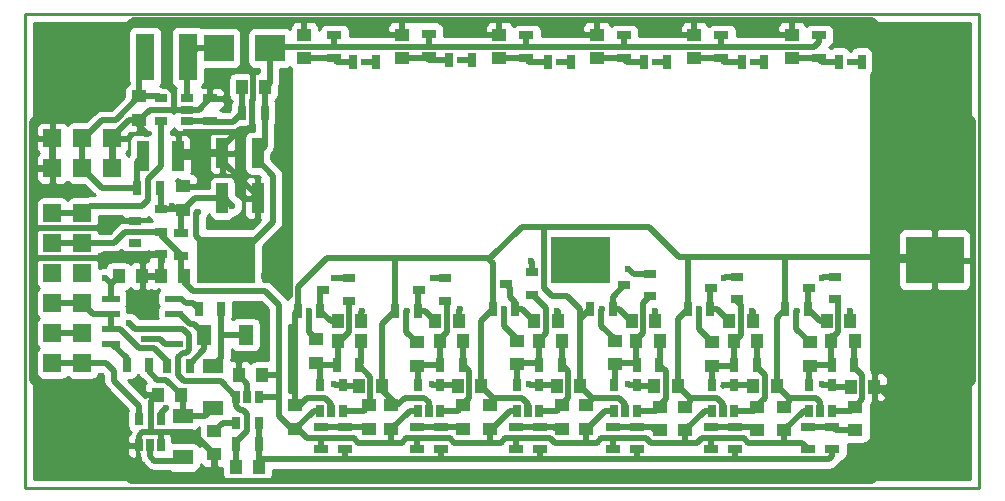
<source format=gbr>
G04 #@! TF.FileFunction,Copper,L2,Bot,Signal*
%FSLAX46Y46*%
G04 Gerber Fmt 4.6, Leading zero omitted, Abs format (unit mm)*
G04 Created by KiCad (PCBNEW 4.0.5+dfsg1-4) date Mon Nov 27 15:55:13 2017*
%MOMM*%
%LPD*%
G01*
G04 APERTURE LIST*
%ADD10C,0.100000*%
%ADD11R,5.000000X4.000000*%
%ADD12R,1.000760X0.800100*%
%ADD13R,1.000000X1.250000*%
%ADD14R,1.250000X1.000000*%
%ADD15R,1.300480X1.699260*%
%ADD16R,1.699260X1.300480*%
%ADD17R,1.524000X1.524000*%
%ADD18R,1.600000X4.000000*%
%ADD19R,0.700000X1.300000*%
%ADD20R,1.300000X0.700000*%
%ADD21R,0.650000X1.060000*%
%ADD22R,1.550000X0.600000*%
%ADD23R,1.060000X0.650000*%
%ADD24C,6.000000*%
%ADD25R,1.000000X2.500000*%
%ADD26R,2.500000X2.300000*%
%ADD27C,0.600000*%
%ADD28C,0.250000*%
%ADD29C,0.500000*%
%ADD30C,0.254000*%
G04 APERTURE END LIST*
D10*
D11*
X57898000Y-51562000D03*
X87898000Y-51562000D03*
D12*
X66083180Y-54102000D03*
X68282820Y-55054500D03*
X68282820Y-53149500D03*
D13*
X69326000Y-56769000D03*
X67326000Y-56769000D03*
D11*
X87870000Y-51562000D03*
X117870000Y-51562000D03*
D14*
X54229000Y-47355000D03*
X54229000Y-45355000D03*
D13*
X61198000Y-36957000D03*
X59198000Y-36957000D03*
D14*
X50546000Y-37735000D03*
X50546000Y-39735000D03*
X63754000Y-63897000D03*
X63754000Y-65897000D03*
D13*
X58944000Y-61341000D03*
X60944000Y-61341000D03*
D14*
X69977000Y-63897000D03*
X69977000Y-65897000D03*
X65532000Y-58309000D03*
X65532000Y-60309000D03*
D13*
X54086000Y-62992000D03*
X52086000Y-62992000D03*
D14*
X64516000Y-32528000D03*
X64516000Y-34528000D03*
D13*
X58690000Y-69088000D03*
X60690000Y-69088000D03*
X69326000Y-58420000D03*
X67326000Y-58420000D03*
D14*
X71882000Y-63897000D03*
X71882000Y-65897000D03*
X77978000Y-63897000D03*
X77978000Y-65897000D03*
X74041000Y-58563000D03*
X74041000Y-60563000D03*
X72771000Y-32528000D03*
X72771000Y-34528000D03*
D13*
X77962000Y-58420000D03*
X75962000Y-58420000D03*
X77581000Y-56769000D03*
X75581000Y-56769000D03*
D14*
X80264000Y-63897000D03*
X80264000Y-65897000D03*
X86360000Y-63897000D03*
X86360000Y-65897000D03*
X82550000Y-58436000D03*
X82550000Y-60436000D03*
X81026000Y-32528000D03*
X81026000Y-34528000D03*
D13*
X86344000Y-58420000D03*
X84344000Y-58420000D03*
X85963000Y-56769000D03*
X83963000Y-56769000D03*
D14*
X88392000Y-63897000D03*
X88392000Y-65897000D03*
X94615000Y-64024000D03*
X94615000Y-66024000D03*
X90805000Y-58436000D03*
X90805000Y-60436000D03*
X89281000Y-32528000D03*
X89281000Y-34528000D03*
D13*
X94599000Y-58420000D03*
X92599000Y-58420000D03*
X94218000Y-56769000D03*
X92218000Y-56769000D03*
D14*
X96774000Y-64024000D03*
X96774000Y-66024000D03*
X102870000Y-64024000D03*
X102870000Y-66024000D03*
X99060000Y-58563000D03*
X99060000Y-60563000D03*
X97536000Y-32528000D03*
X97536000Y-34528000D03*
D13*
X102854000Y-58420000D03*
X100854000Y-58420000D03*
X102473000Y-56769000D03*
X100473000Y-56769000D03*
D15*
X56034940Y-57912000D03*
X59535060Y-57912000D03*
D16*
X54229000Y-64797940D03*
X54229000Y-68298060D03*
X56769000Y-60606940D03*
X56769000Y-64107060D03*
D17*
X48260000Y-41275000D03*
X48260000Y-43815000D03*
X45720000Y-41275000D03*
X45720000Y-43815000D03*
X43180000Y-41275000D03*
X43180000Y-43815000D03*
D18*
X54632000Y-34417000D03*
X51032000Y-34417000D03*
D12*
X74211180Y-54102000D03*
X76410820Y-55054500D03*
X76410820Y-53149500D03*
X81577180Y-53594000D03*
X83776820Y-54546500D03*
X83776820Y-52641500D03*
X91610180Y-53721000D03*
X93809820Y-54673500D03*
X93809820Y-52768500D03*
X98976180Y-53975000D03*
X101175820Y-54927500D03*
X101175820Y-53022500D03*
D19*
X52258000Y-45466000D03*
X50358000Y-45466000D03*
D20*
X54102000Y-51242000D03*
X54102000Y-49342000D03*
D19*
X61148000Y-39116000D03*
X59248000Y-39116000D03*
D20*
X56515000Y-39812000D03*
X56515000Y-37912000D03*
D19*
X49469000Y-60452000D03*
X51369000Y-60452000D03*
D20*
X67945000Y-67625000D03*
X67945000Y-65725000D03*
X67056000Y-34478000D03*
X67056000Y-32578000D03*
D19*
X52898000Y-60579000D03*
X54798000Y-60579000D03*
X70546000Y-34798000D03*
X68646000Y-34798000D03*
D20*
X65913000Y-67625000D03*
X65913000Y-65725000D03*
D19*
X58740000Y-67183000D03*
X60640000Y-67183000D03*
X69149000Y-60452000D03*
X67249000Y-60452000D03*
X57465000Y-55753000D03*
X55565000Y-55753000D03*
X63947000Y-55880000D03*
X65847000Y-55880000D03*
D20*
X76073000Y-67625000D03*
X76073000Y-65725000D03*
X75057000Y-34351000D03*
X75057000Y-32451000D03*
D19*
X78674000Y-34671000D03*
X76774000Y-34671000D03*
D20*
X74041000Y-67625000D03*
X74041000Y-65725000D03*
D19*
X77912000Y-60452000D03*
X76012000Y-60452000D03*
X72202000Y-55880000D03*
X74102000Y-55880000D03*
D20*
X84455000Y-67625000D03*
X84455000Y-65725000D03*
X83312000Y-34478000D03*
X83312000Y-32578000D03*
D19*
X87056000Y-34798000D03*
X85156000Y-34798000D03*
D20*
X82423000Y-67625000D03*
X82423000Y-65725000D03*
D19*
X86294000Y-60452000D03*
X84394000Y-60452000D03*
X80457000Y-55753000D03*
X82357000Y-55753000D03*
D20*
X92710000Y-67625000D03*
X92710000Y-65725000D03*
X91567000Y-34478000D03*
X91567000Y-32578000D03*
D19*
X95184000Y-34798000D03*
X93284000Y-34798000D03*
D20*
X90678000Y-67625000D03*
X90678000Y-65725000D03*
D19*
X94549000Y-60452000D03*
X92649000Y-60452000D03*
X88712000Y-55753000D03*
X90612000Y-55753000D03*
D20*
X100965000Y-67625000D03*
X100965000Y-65725000D03*
X99822000Y-34478000D03*
X99822000Y-32578000D03*
D19*
X103439000Y-34798000D03*
X101539000Y-34798000D03*
D20*
X98933000Y-67625000D03*
X98933000Y-65725000D03*
D19*
X102804000Y-60452000D03*
X100904000Y-60452000D03*
X96967000Y-55753000D03*
X98867000Y-55753000D03*
D21*
X58740000Y-63162000D03*
X59690000Y-63162000D03*
X60640000Y-63162000D03*
X60640000Y-65362000D03*
X58740000Y-65362000D03*
D22*
X53500000Y-54864000D03*
X53500000Y-56134000D03*
X53500000Y-57404000D03*
X53500000Y-58674000D03*
X48100000Y-58674000D03*
X48100000Y-57404000D03*
X48100000Y-56134000D03*
X48100000Y-54864000D03*
D21*
X52385000Y-67267000D03*
X51435000Y-67267000D03*
X50485000Y-67267000D03*
X50485000Y-65067000D03*
X52385000Y-65067000D03*
D23*
X54567000Y-37912000D03*
X54567000Y-38862000D03*
X54567000Y-39812000D03*
X52367000Y-39812000D03*
X52367000Y-37912000D03*
D21*
X67752000Y-64346000D03*
X66802000Y-64346000D03*
X65852000Y-64346000D03*
X65852000Y-62146000D03*
X67752000Y-62146000D03*
X76007000Y-64346000D03*
X75057000Y-64346000D03*
X74107000Y-64346000D03*
X74107000Y-62146000D03*
X76007000Y-62146000D03*
X84389000Y-64346000D03*
X83439000Y-64346000D03*
X82489000Y-64346000D03*
X82489000Y-62146000D03*
X84389000Y-62146000D03*
X92644000Y-64346000D03*
X91694000Y-64346000D03*
X90744000Y-64346000D03*
X90744000Y-62146000D03*
X92644000Y-62146000D03*
X100899000Y-64346000D03*
X99949000Y-64346000D03*
X98999000Y-64346000D03*
X98999000Y-62146000D03*
X100899000Y-62146000D03*
D24*
X116840000Y-66040000D03*
X116840000Y-35560000D03*
X45720000Y-35560000D03*
X45720000Y-66040000D03*
D13*
X54340000Y-52959000D03*
X52340000Y-52959000D03*
D14*
X111125000Y-64024000D03*
X111125000Y-66024000D03*
X105156000Y-64024000D03*
X105156000Y-66024000D03*
X107315000Y-58563000D03*
X107315000Y-60563000D03*
X105791000Y-32528000D03*
X105791000Y-34528000D03*
D13*
X111109000Y-58420000D03*
X109109000Y-58420000D03*
X110728000Y-56769000D03*
X108728000Y-56769000D03*
D12*
X107231180Y-53975000D03*
X109430820Y-54927500D03*
X109430820Y-53022500D03*
D20*
X109220000Y-67625000D03*
X109220000Y-65725000D03*
X108077000Y-34478000D03*
X108077000Y-32578000D03*
D19*
X111694000Y-34798000D03*
X109794000Y-34798000D03*
D20*
X107188000Y-67625000D03*
X107188000Y-65725000D03*
D19*
X111059000Y-60452000D03*
X109159000Y-60452000D03*
X105222000Y-55753000D03*
X107122000Y-55753000D03*
D12*
X50208180Y-48260000D03*
X52407820Y-49212500D03*
X52407820Y-47307500D03*
D21*
X109154000Y-64346000D03*
X108204000Y-64346000D03*
X107254000Y-64346000D03*
X107254000Y-62146000D03*
X109154000Y-62146000D03*
D12*
X50208180Y-50165000D03*
X52407820Y-51117500D03*
X52407820Y-49212500D03*
D14*
X56896000Y-66056000D03*
X56896000Y-68056000D03*
D13*
X48784000Y-52959000D03*
X50784000Y-52959000D03*
X69104000Y-62230000D03*
X71104000Y-62230000D03*
X77486000Y-62230000D03*
X79486000Y-62230000D03*
X85868000Y-62230000D03*
X87868000Y-62230000D03*
X94123000Y-62230000D03*
X96123000Y-62230000D03*
X102505000Y-62230000D03*
X104505000Y-62230000D03*
X110760000Y-62357000D03*
X112760000Y-62357000D03*
D17*
X43180000Y-47625000D03*
X45720000Y-47625000D03*
X43180000Y-50165000D03*
X45720000Y-50165000D03*
X43180000Y-52705000D03*
X45720000Y-52705000D03*
X43180000Y-55245000D03*
X45720000Y-55245000D03*
X43180000Y-57785000D03*
X45720000Y-57785000D03*
X43180000Y-60325000D03*
X45720000Y-60325000D03*
D25*
X50824000Y-42799000D03*
X53824000Y-42799000D03*
X57555000Y-46355000D03*
X60555000Y-46355000D03*
X60555000Y-42545000D03*
X57555000Y-42545000D03*
D26*
X61586000Y-33655000D03*
X57286000Y-33655000D03*
D27*
X55499000Y-47498000D03*
X57023000Y-40767000D03*
X54483000Y-40767000D03*
X51181000Y-40894000D03*
X59944000Y-40386000D03*
X60198000Y-37973000D03*
X59436000Y-33528000D03*
X59880500Y-35623500D03*
X61112400Y-52959000D03*
X52407820Y-51943000D03*
X63373000Y-61087000D03*
X58928000Y-60071000D03*
X50927000Y-58293000D03*
X52832000Y-64135000D03*
X83693000Y-51689000D03*
X57912000Y-65362000D03*
X58420000Y-46990000D03*
X67056000Y-53086000D03*
X67056000Y-62103000D03*
X75438000Y-53086000D03*
X75311000Y-62103000D03*
X83566000Y-62103000D03*
X91948000Y-52324000D03*
X91948000Y-62103000D03*
X100076000Y-53086000D03*
X100076000Y-62146000D03*
X108331000Y-53086000D03*
X108331000Y-62103000D03*
X47625000Y-53086000D03*
X53340000Y-46990000D03*
X64933000Y-55880000D03*
X69596000Y-34798000D03*
X69433000Y-55880000D03*
X73188000Y-55880000D03*
X77724000Y-34671000D03*
X77688000Y-55753000D03*
X81443000Y-55753000D03*
X86106000Y-34798000D03*
X85943000Y-55880000D03*
X89698000Y-55753000D03*
X94234000Y-34798000D03*
X94198000Y-55880000D03*
X97953000Y-55753000D03*
X102489000Y-34798000D03*
X102453000Y-55880000D03*
X106208000Y-55880000D03*
X110744000Y-34798000D03*
X110708000Y-55880000D03*
X49657000Y-56896000D03*
D28*
X40894000Y-30734000D02*
X121666000Y-30734000D01*
X40894000Y-70866000D02*
X40894000Y-30734000D01*
X121666000Y-70866000D02*
X40894000Y-70866000D01*
X121666000Y-30734000D02*
X121666000Y-70866000D01*
D29*
X61148000Y-39116000D02*
X61148000Y-37007000D01*
X61148000Y-37007000D02*
X61198000Y-36957000D01*
X57898000Y-51562000D02*
X58674000Y-51562000D01*
X58674000Y-51562000D02*
X61849000Y-48387000D01*
X61849000Y-44450000D02*
X60555000Y-43156000D01*
X61849000Y-48387000D02*
X61849000Y-44450000D01*
X60555000Y-43156000D02*
X60555000Y-42545000D01*
X61586000Y-33655000D02*
X61586000Y-36569000D01*
X61586000Y-36569000D02*
X61148000Y-37007000D01*
X61148000Y-37007000D02*
X61148000Y-41952000D01*
X61148000Y-41952000D02*
X60555000Y-42545000D01*
X99822000Y-32578000D02*
X99822000Y-33528000D01*
X99822000Y-33528000D02*
X99822000Y-33401000D01*
X99822000Y-33401000D02*
X99822000Y-33528000D01*
X91567000Y-32578000D02*
X91567000Y-33528000D01*
X83312000Y-33528000D02*
X83312000Y-32578000D01*
X75057000Y-32451000D02*
X75057000Y-33528000D01*
X67056000Y-33528000D02*
X67056000Y-32578000D01*
X108077000Y-32578000D02*
X108077000Y-33147000D01*
X107696000Y-33528000D02*
X99822000Y-33528000D01*
X99822000Y-33528000D02*
X91567000Y-33528000D01*
X91567000Y-33528000D02*
X83312000Y-33528000D01*
X83312000Y-33528000D02*
X75057000Y-33528000D01*
X75057000Y-33528000D02*
X67056000Y-33528000D01*
X67056000Y-33528000D02*
X61436000Y-33528000D01*
X108077000Y-33147000D02*
X107696000Y-33528000D01*
X55372000Y-49530000D02*
X57404000Y-51562000D01*
X55372000Y-47625000D02*
X55372000Y-49530000D01*
X55499000Y-47498000D02*
X55372000Y-47625000D01*
X57404000Y-51562000D02*
X57898000Y-51562000D01*
X57898000Y-51562000D02*
X58547000Y-51562000D01*
X61198000Y-33766000D02*
X61436000Y-33528000D01*
X57023000Y-40767000D02*
X58801000Y-40767000D01*
X55118000Y-40767000D02*
X57023000Y-40767000D01*
X58801000Y-40767000D02*
X59055000Y-40513000D01*
X55118000Y-40767000D02*
X54483000Y-40767000D01*
X50546000Y-39735000D02*
X50546000Y-40259000D01*
X50546000Y-40259000D02*
X51181000Y-40894000D01*
X55118000Y-40767000D02*
X55118000Y-42418000D01*
X60071000Y-40259000D02*
X59944000Y-40386000D01*
X59944000Y-40386000D02*
X59817000Y-40513000D01*
X60198000Y-35941000D02*
X59880500Y-35623500D01*
X60198000Y-37973000D02*
X60198000Y-35941000D01*
X60071000Y-38100000D02*
X60198000Y-37973000D01*
X60071000Y-40259000D02*
X60071000Y-38100000D01*
X59055000Y-40513000D02*
X59817000Y-40513000D01*
X57555000Y-42545000D02*
X57555000Y-42013000D01*
X57555000Y-42013000D02*
X59055000Y-40513000D01*
X59436000Y-35179000D02*
X59436000Y-33528000D01*
X59436000Y-33528000D02*
X59436000Y-31309002D01*
X59880500Y-35623500D02*
X59436000Y-35179000D01*
X53824000Y-42418000D02*
X55118000Y-42418000D01*
X55118000Y-42418000D02*
X57428000Y-42418000D01*
X57428000Y-42418000D02*
X57555000Y-42545000D01*
X53824000Y-44950000D02*
X54229000Y-45355000D01*
X60555000Y-46355000D02*
X60555000Y-46204000D01*
X60555000Y-46204000D02*
X57555000Y-43204000D01*
X57555000Y-43204000D02*
X57555000Y-42545000D01*
X54567000Y-38862000D02*
X55565000Y-38862000D01*
X55565000Y-38862000D02*
X56515000Y-37912000D01*
X52832000Y-31309002D02*
X59436000Y-31309002D01*
X59436000Y-31309002D02*
X59563000Y-31309002D01*
X59563000Y-31309002D02*
X64516000Y-31309002D01*
X52832000Y-36703000D02*
X52832000Y-31309002D01*
X52832000Y-31309002D02*
X52832000Y-31369000D01*
X52832000Y-31369000D02*
X52832000Y-31309002D01*
X50038000Y-31309002D02*
X52832000Y-31309002D01*
X64516000Y-31309002D02*
X72771000Y-31309002D01*
X53467000Y-37338000D02*
X52832000Y-36703000D01*
X49911000Y-31369000D02*
X49978002Y-31369000D01*
X49978002Y-31369000D02*
X50038000Y-31309002D01*
X72771000Y-31309002D02*
X81026000Y-31309002D01*
X81026000Y-31309002D02*
X81026000Y-31369000D01*
X81026000Y-31369000D02*
X81026000Y-31309002D01*
X53467000Y-38862000D02*
X53467000Y-37338000D01*
X53467000Y-38862000D02*
X51419000Y-38862000D01*
X81026000Y-31309002D02*
X89281000Y-31309002D01*
X64516000Y-32528000D02*
X64516000Y-31309002D01*
X50546000Y-39735000D02*
X50546000Y-39878000D01*
X61112400Y-52959000D02*
X61087000Y-52959000D01*
X60198000Y-46228000D02*
X60198000Y-46355000D01*
X60198000Y-46228000D02*
X60198000Y-46355000D01*
X121090998Y-51689000D02*
X117997000Y-51689000D01*
X117997000Y-51689000D02*
X117870000Y-51562000D01*
X63754000Y-61087000D02*
X63373000Y-61087000D01*
X59690000Y-63162000D02*
X59690000Y-62087000D01*
X59690000Y-62087000D02*
X58944000Y-61341000D01*
X112760000Y-62357000D02*
X113157000Y-62357000D01*
X113157000Y-62357000D02*
X116840000Y-66040000D01*
X72202000Y-55880000D02*
X72202000Y-51435000D01*
X72202000Y-51435000D02*
X72263000Y-51435000D01*
X80457000Y-55753000D02*
X80457000Y-51882000D01*
X80457000Y-51882000D02*
X80010000Y-51435000D01*
X87868000Y-56642000D02*
X87868000Y-55737000D01*
X84836000Y-53975000D02*
X84836000Y-48768000D01*
X85471000Y-54610000D02*
X84836000Y-53975000D01*
X86741000Y-54610000D02*
X85471000Y-54610000D01*
X87868000Y-55737000D02*
X86741000Y-54610000D01*
X96967000Y-55753000D02*
X96967000Y-51308000D01*
X97028000Y-51435000D02*
X97028000Y-51308000D01*
X97028000Y-51369000D02*
X97028000Y-51435000D01*
X96967000Y-51308000D02*
X97028000Y-51369000D01*
X105222000Y-55753000D02*
X105222000Y-51308000D01*
X105156000Y-51435000D02*
X105156000Y-51308000D01*
X105156000Y-51374000D02*
X105156000Y-51435000D01*
X105222000Y-51308000D02*
X105156000Y-51374000D01*
X63947000Y-55880000D02*
X63947000Y-53909000D01*
X63947000Y-53909000D02*
X66421000Y-51435000D01*
X66421000Y-51435000D02*
X72263000Y-51435000D01*
X72263000Y-51435000D02*
X80010000Y-51435000D01*
X80010000Y-51435000D02*
X80264000Y-51435000D01*
X82931000Y-48768000D02*
X84836000Y-48768000D01*
X80264000Y-51435000D02*
X82931000Y-48768000D01*
X96266000Y-51308000D02*
X97028000Y-51308000D01*
X84836000Y-48768000D02*
X93726000Y-48768000D01*
X93726000Y-48768000D02*
X96266000Y-51308000D01*
X97028000Y-51308000D02*
X105156000Y-51308000D01*
X105156000Y-51308000D02*
X117616000Y-51308000D01*
X117616000Y-51308000D02*
X117870000Y-51562000D01*
X58944000Y-61341000D02*
X58944000Y-60087000D01*
X58944000Y-60087000D02*
X58928000Y-60071000D01*
X53500000Y-58674000D02*
X52705000Y-58674000D01*
X52324000Y-58293000D02*
X50927000Y-58293000D01*
X52705000Y-58674000D02*
X52324000Y-58293000D01*
X105791000Y-31309002D02*
X105791000Y-32528000D01*
X97536000Y-32528000D02*
X97536000Y-31309002D01*
X97536000Y-31309002D02*
X97536000Y-31496000D01*
X97536000Y-31496000D02*
X97536000Y-31309002D01*
X89281000Y-31309002D02*
X89281000Y-32528000D01*
X81026000Y-32528000D02*
X81026000Y-31309002D01*
X72771000Y-31309002D02*
X72771000Y-32528000D01*
X51562000Y-66167000D02*
X51562000Y-63516000D01*
X51562000Y-63516000D02*
X52086000Y-62992000D01*
X52385000Y-67267000D02*
X52385000Y-66167000D01*
X52385000Y-66167000D02*
X52324000Y-66167000D01*
X50485000Y-67267000D02*
X50485000Y-66482000D01*
X55007000Y-66167000D02*
X56896000Y-68056000D01*
X50800000Y-66167000D02*
X51562000Y-66167000D01*
X51562000Y-66167000D02*
X52324000Y-66167000D01*
X52324000Y-66167000D02*
X55007000Y-66167000D01*
X50485000Y-66482000D02*
X50800000Y-66167000D01*
X50784000Y-52959000D02*
X52340000Y-52959000D01*
X56896000Y-68056000D02*
X56896000Y-70290998D01*
X56896000Y-70290998D02*
X56896000Y-70104000D01*
X56896000Y-70104000D02*
X56896000Y-70290998D01*
X52407820Y-51117500D02*
X47561500Y-51117500D01*
X47244000Y-51435000D02*
X41469002Y-51435000D01*
X47561500Y-51117500D02*
X47244000Y-51435000D01*
X41469002Y-51435000D02*
X41529000Y-51435000D01*
X41529000Y-51435000D02*
X41469002Y-51435000D01*
X41469002Y-43815000D02*
X43180000Y-43815000D01*
X48260000Y-41275000D02*
X48260000Y-43815000D01*
X43180000Y-43815000D02*
X43180000Y-41275000D01*
X50208180Y-48260000D02*
X48387000Y-48260000D01*
X47752000Y-48895000D02*
X41469002Y-48895000D01*
X48387000Y-48260000D02*
X47752000Y-48895000D01*
X41469002Y-48895000D02*
X41656000Y-48895000D01*
X41656000Y-48895000D02*
X41469002Y-48895000D01*
X52407820Y-51117500D02*
X52407820Y-51943000D01*
X52407820Y-51943000D02*
X52407820Y-52891180D01*
X52407820Y-52891180D02*
X52340000Y-52959000D01*
X54567000Y-38862000D02*
X53467000Y-38862000D01*
X51419000Y-38862000D02*
X50546000Y-39735000D01*
X48260000Y-41275000D02*
X48260000Y-41148000D01*
X48260000Y-41148000D02*
X49673000Y-39735000D01*
X49673000Y-39735000D02*
X50546000Y-39735000D01*
X104505000Y-62230000D02*
X104505000Y-56470000D01*
X104505000Y-56470000D02*
X105222000Y-55753000D01*
X96123000Y-62230000D02*
X96123000Y-56597000D01*
X96123000Y-56597000D02*
X96967000Y-55753000D01*
X71104000Y-62230000D02*
X71104000Y-56978000D01*
X71104000Y-56978000D02*
X72202000Y-55880000D01*
X79486000Y-62230000D02*
X79486000Y-56724000D01*
X79486000Y-56724000D02*
X80457000Y-55753000D01*
X87868000Y-62230000D02*
X87868000Y-56642000D01*
X87868000Y-56642000D02*
X87868000Y-56597000D01*
X87868000Y-56597000D02*
X88712000Y-55753000D01*
X45720000Y-35560000D02*
X49911000Y-31369000D01*
X112589002Y-31309002D02*
X116840000Y-35560000D01*
X89281000Y-31309002D02*
X97536000Y-31309002D01*
X97536000Y-31309002D02*
X105791000Y-31309002D01*
X105791000Y-31309002D02*
X112589002Y-31309002D01*
X116840000Y-66040000D02*
X116899998Y-66040000D01*
X116899998Y-66040000D02*
X121090998Y-61849000D01*
X121090998Y-61849000D02*
X121090998Y-51689000D01*
X121090998Y-51689000D02*
X121090998Y-39810998D01*
X121090998Y-39810998D02*
X116840000Y-35560000D01*
X45720000Y-66040000D02*
X45720000Y-66167000D01*
X45720000Y-66167000D02*
X49843998Y-70290998D01*
X112589002Y-70290998D02*
X116840000Y-66040000D01*
X49843998Y-70290998D02*
X56896000Y-70290998D01*
X56896000Y-70290998D02*
X112589002Y-70290998D01*
X45720000Y-35560000D02*
X45720000Y-35627002D01*
X45720000Y-35627002D02*
X41469002Y-39878000D01*
X41469002Y-39878000D02*
X41469002Y-43815000D01*
X41469002Y-43815000D02*
X41469002Y-48895000D01*
X41469002Y-48895000D02*
X41469002Y-51435000D01*
X41469002Y-51435000D02*
X41469002Y-61789002D01*
X41469002Y-61789002D02*
X45720000Y-66040000D01*
X80502000Y-63246000D02*
X80502000Y-63659000D01*
X80502000Y-63659000D02*
X80264000Y-63897000D01*
X83439000Y-64346000D02*
X83439000Y-63754000D01*
X80502000Y-63246000D02*
X79486000Y-62230000D01*
X82931000Y-63246000D02*
X80502000Y-63246000D01*
X83439000Y-63754000D02*
X82931000Y-63246000D01*
X88884000Y-63246000D02*
X88884000Y-63405000D01*
X88884000Y-63405000D02*
X88392000Y-63897000D01*
X91694000Y-64346000D02*
X91694000Y-63754000D01*
X88884000Y-63246000D02*
X87868000Y-62230000D01*
X91186000Y-63246000D02*
X88884000Y-63246000D01*
X91694000Y-63754000D02*
X91186000Y-63246000D01*
X97139000Y-63246000D02*
X97139000Y-63659000D01*
X97139000Y-63659000D02*
X96774000Y-64024000D01*
X99949000Y-64346000D02*
X99949000Y-63754000D01*
X97139000Y-63246000D02*
X96123000Y-62230000D01*
X99441000Y-63246000D02*
X97139000Y-63246000D01*
X99949000Y-63754000D02*
X99441000Y-63246000D01*
X105521000Y-63246000D02*
X105521000Y-63659000D01*
X105521000Y-63659000D02*
X105156000Y-64024000D01*
X108204000Y-64346000D02*
X108204000Y-63627000D01*
X105521000Y-63246000D02*
X104505000Y-62230000D01*
X107823000Y-63246000D02*
X105521000Y-63246000D01*
X108204000Y-63627000D02*
X107823000Y-63246000D01*
X63754000Y-63897000D02*
X64119000Y-63897000D01*
X64119000Y-63897000D02*
X64770000Y-63246000D01*
X66802000Y-63754000D02*
X66802000Y-64346000D01*
X66294000Y-63246000D02*
X66802000Y-63754000D01*
X64770000Y-63246000D02*
X66294000Y-63246000D01*
X63754000Y-63897000D02*
X63754000Y-61087000D01*
X63754000Y-61087000D02*
X63754000Y-56073000D01*
X63754000Y-56073000D02*
X63947000Y-55880000D01*
X79486000Y-62103000D02*
X79486000Y-62341000D01*
X75057000Y-64346000D02*
X75057000Y-63627000D01*
X73041000Y-63246000D02*
X72390000Y-63897000D01*
X74676000Y-63246000D02*
X73041000Y-63246000D01*
X75057000Y-63627000D02*
X74676000Y-63246000D01*
X71104000Y-62230000D02*
X71104000Y-61992000D01*
X71104000Y-62230000D02*
X71104000Y-62611000D01*
X71104000Y-62611000D02*
X72390000Y-63897000D01*
X63754000Y-56073000D02*
X63947000Y-55880000D01*
X63754000Y-56073000D02*
X63947000Y-55880000D01*
X63754000Y-56073000D02*
X63947000Y-55880000D01*
X50358000Y-45466000D02*
X50358000Y-43265000D01*
X50358000Y-43265000D02*
X50824000Y-42799000D01*
X50824000Y-42418000D02*
X50824000Y-43283000D01*
X52832000Y-64135000D02*
X52385000Y-64582000D01*
X52385000Y-64582000D02*
X52385000Y-65067000D01*
X45720000Y-43815000D02*
X47371000Y-45466000D01*
X47371000Y-45466000D02*
X50358000Y-45466000D01*
X45720000Y-43815000D02*
X45720000Y-41275000D01*
X50546000Y-37735000D02*
X52190000Y-37735000D01*
X52190000Y-37735000D02*
X52367000Y-37912000D01*
X50546000Y-37735000D02*
X50546000Y-34903000D01*
X50546000Y-34903000D02*
X51032000Y-34417000D01*
X45720000Y-41275000D02*
X45847000Y-41275000D01*
X45847000Y-41275000D02*
X47371000Y-39751000D01*
X47371000Y-39751000D02*
X48530000Y-39751000D01*
X48530000Y-39751000D02*
X50546000Y-37735000D01*
X110760000Y-62357000D02*
X109365000Y-62357000D01*
X109365000Y-62357000D02*
X109154000Y-62146000D01*
X110549000Y-62146000D02*
X110760000Y-62357000D01*
X83776820Y-52641500D02*
X83776820Y-51772820D01*
X83776820Y-51772820D02*
X83693000Y-51689000D01*
X56755000Y-46355000D02*
X57785000Y-46355000D01*
X57785000Y-46355000D02*
X58420000Y-46990000D01*
X68282820Y-53149500D02*
X67119500Y-53149500D01*
X67119500Y-53149500D02*
X67056000Y-53086000D01*
X67099000Y-62146000D02*
X67752000Y-62146000D01*
X67056000Y-62103000D02*
X67099000Y-62146000D01*
X76410820Y-53149500D02*
X75501500Y-53149500D01*
X75501500Y-53149500D02*
X75438000Y-53086000D01*
X75354000Y-62146000D02*
X76007000Y-62146000D01*
X75311000Y-62103000D02*
X75354000Y-62146000D01*
X83609000Y-62146000D02*
X84389000Y-62146000D01*
X83566000Y-62103000D02*
X83609000Y-62146000D01*
X93809820Y-52768500D02*
X92392500Y-52768500D01*
X92392500Y-52768500D02*
X91948000Y-52324000D01*
X91991000Y-62146000D02*
X92644000Y-62146000D01*
X91948000Y-62103000D02*
X91991000Y-62146000D01*
X101175820Y-53022500D02*
X100139500Y-53022500D01*
X100139500Y-53022500D02*
X100076000Y-53086000D01*
X109430820Y-53022500D02*
X108394500Y-53022500D01*
X108394500Y-53022500D02*
X108331000Y-53086000D01*
X108331000Y-62103000D02*
X108374000Y-62146000D01*
X48100000Y-53643000D02*
X48100000Y-53561000D01*
X48100000Y-53561000D02*
X47625000Y-53086000D01*
X53340000Y-46990000D02*
X53705000Y-47355000D01*
X53705000Y-47355000D02*
X54229000Y-47355000D01*
X48100000Y-54864000D02*
X48100000Y-53643000D01*
X48100000Y-53643000D02*
X48784000Y-52959000D01*
X58740000Y-65362000D02*
X57912000Y-65362000D01*
X57912000Y-65362000D02*
X57590000Y-65362000D01*
X57590000Y-65362000D02*
X56896000Y-66056000D01*
X54102000Y-49342000D02*
X54102000Y-47482000D01*
X54102000Y-47482000D02*
X54229000Y-47355000D01*
X56755000Y-46355000D02*
X55229000Y-46355000D01*
X55229000Y-46355000D02*
X54229000Y-47355000D01*
X52407820Y-47307500D02*
X54181500Y-47307500D01*
X54181500Y-47307500D02*
X54229000Y-47355000D01*
X52407820Y-47307500D02*
X52407820Y-45615820D01*
X52407820Y-45615820D02*
X52258000Y-45466000D01*
X109154000Y-62146000D02*
X108374000Y-62146000D01*
X108374000Y-62146000D02*
X108331000Y-62103000D01*
X100899000Y-62146000D02*
X100076000Y-62146000D01*
X100076000Y-62146000D02*
X100033000Y-62146000D01*
X100033000Y-62146000D02*
X99949000Y-62230000D01*
X100899000Y-62146000D02*
X102421000Y-62146000D01*
X102421000Y-62146000D02*
X102505000Y-62230000D01*
X94123000Y-62230000D02*
X92728000Y-62230000D01*
X84389000Y-62146000D02*
X85784000Y-62146000D01*
X85784000Y-62146000D02*
X85868000Y-62230000D01*
X76007000Y-62146000D02*
X77402000Y-62146000D01*
X77402000Y-62146000D02*
X77486000Y-62230000D01*
X69104000Y-62230000D02*
X67836000Y-62230000D01*
X67836000Y-62230000D02*
X67752000Y-62146000D01*
X67795000Y-62103000D02*
X67752000Y-62146000D01*
X69149000Y-62103000D02*
X69149000Y-62230000D01*
X60944000Y-61341000D02*
X62357000Y-61341000D01*
X62357000Y-61341000D02*
X62230000Y-61341000D01*
X62230000Y-61341000D02*
X62357000Y-61341000D01*
X60640000Y-63162000D02*
X62357000Y-63162000D01*
X62230000Y-63119000D02*
X62357000Y-63119000D01*
X62314000Y-63119000D02*
X62230000Y-63119000D01*
X62357000Y-63162000D02*
X62314000Y-63119000D01*
X105156000Y-67056000D02*
X105156000Y-66024000D01*
X98933000Y-66675000D02*
X101727000Y-66675000D01*
X106619000Y-67056000D02*
X107188000Y-67625000D01*
X102108000Y-67056000D02*
X105156000Y-67056000D01*
X105156000Y-67056000D02*
X106619000Y-67056000D01*
X101727000Y-66675000D02*
X102108000Y-67056000D01*
X54340000Y-52959000D02*
X54340000Y-53451000D01*
X54340000Y-53451000D02*
X55118000Y-54229000D01*
X62357000Y-64770000D02*
X63484000Y-65897000D01*
X62357000Y-55372000D02*
X62357000Y-61341000D01*
X62357000Y-61341000D02*
X62357000Y-63119000D01*
X62357000Y-63119000D02*
X62357000Y-64770000D01*
X61214000Y-54229000D02*
X62357000Y-55372000D01*
X55118000Y-54229000D02*
X61214000Y-54229000D01*
X63484000Y-65897000D02*
X63754000Y-65897000D01*
X63754000Y-65897000D02*
X63357000Y-65897000D01*
X52407820Y-49212500D02*
X49339500Y-49212500D01*
X48387000Y-50165000D02*
X45720000Y-50165000D01*
X49339500Y-49212500D02*
X48387000Y-50165000D01*
X45720000Y-50165000D02*
X43180000Y-50165000D01*
X52407820Y-49212500D02*
X52407820Y-49486820D01*
X52407820Y-49486820D02*
X54102000Y-51181000D01*
X54102000Y-51181000D02*
X54102000Y-51242000D01*
X54102000Y-51242000D02*
X54102000Y-52721000D01*
X54102000Y-52721000D02*
X54340000Y-52959000D01*
X98999000Y-64346000D02*
X98452000Y-64346000D01*
X98452000Y-64346000D02*
X96774000Y-66024000D01*
X90678000Y-67625000D02*
X90678000Y-66675000D01*
X88392000Y-67056000D02*
X88392000Y-65897000D01*
X88392000Y-65897000D02*
X88408000Y-65897000D01*
X88408000Y-65897000D02*
X89959000Y-64346000D01*
X89959000Y-64346000D02*
X90744000Y-64346000D01*
X82423000Y-66675000D02*
X82423000Y-67625000D01*
X80264000Y-65897000D02*
X80407000Y-65897000D01*
X80407000Y-65897000D02*
X81958000Y-64346000D01*
X81958000Y-64346000D02*
X82489000Y-64346000D01*
X80264000Y-67056000D02*
X80264000Y-65897000D01*
X71882000Y-65897000D02*
X71882000Y-67056000D01*
X71882000Y-67056000D02*
X71882000Y-66929000D01*
X71882000Y-66929000D02*
X71882000Y-67056000D01*
X74107000Y-64346000D02*
X73433000Y-64346000D01*
X73433000Y-64346000D02*
X71882000Y-65897000D01*
X74041000Y-66675000D02*
X74041000Y-67625000D01*
X65913000Y-66675000D02*
X65913000Y-67625000D01*
X90678000Y-64412000D02*
X90744000Y-64346000D01*
X96774000Y-67056000D02*
X96774000Y-66024000D01*
X98933000Y-66675000D02*
X98933000Y-67625000D01*
X107254000Y-64346000D02*
X106834000Y-64346000D01*
X106834000Y-64346000D02*
X105156000Y-66024000D01*
X63754000Y-65897000D02*
X63992000Y-65897000D01*
X63992000Y-65897000D02*
X64770000Y-66675000D01*
X98171000Y-66675000D02*
X98933000Y-66675000D01*
X97790000Y-67056000D02*
X98171000Y-66675000D01*
X93853000Y-67056000D02*
X96774000Y-67056000D01*
X96774000Y-67056000D02*
X97790000Y-67056000D01*
X93472000Y-66675000D02*
X93853000Y-67056000D01*
X89662000Y-66675000D02*
X90678000Y-66675000D01*
X90678000Y-66675000D02*
X93472000Y-66675000D01*
X89281000Y-67056000D02*
X89662000Y-66675000D01*
X85725000Y-67056000D02*
X88392000Y-67056000D01*
X88392000Y-67056000D02*
X89281000Y-67056000D01*
X85344000Y-66675000D02*
X85725000Y-67056000D01*
X81534000Y-66675000D02*
X82423000Y-66675000D01*
X82423000Y-66675000D02*
X85344000Y-66675000D01*
X81153000Y-67056000D02*
X81534000Y-66675000D01*
X77216000Y-67056000D02*
X80264000Y-67056000D01*
X80264000Y-67056000D02*
X81153000Y-67056000D01*
X76835000Y-66675000D02*
X77216000Y-67056000D01*
X73152000Y-66675000D02*
X74041000Y-66675000D01*
X71882000Y-67056000D02*
X72771000Y-67056000D01*
X72771000Y-67056000D02*
X73152000Y-66675000D01*
X74041000Y-66675000D02*
X76835000Y-66675000D01*
X69088000Y-67056000D02*
X71882000Y-67056000D01*
X65913000Y-66675000D02*
X68707000Y-66675000D01*
X68707000Y-66675000D02*
X69088000Y-67056000D01*
X64770000Y-66675000D02*
X65913000Y-66675000D01*
X63754000Y-65897000D02*
X63754000Y-65913000D01*
X65852000Y-64346000D02*
X65305000Y-64346000D01*
X65305000Y-64346000D02*
X63754000Y-65897000D01*
X69977000Y-65897000D02*
X69707000Y-65897000D01*
X69707000Y-65897000D02*
X69535000Y-65725000D01*
X69535000Y-65725000D02*
X67945000Y-65725000D01*
X69678000Y-65725000D02*
X69977000Y-66024000D01*
X65913000Y-65725000D02*
X67945000Y-65725000D01*
X65532000Y-58309000D02*
X64897000Y-57674000D01*
X64897000Y-55916000D02*
X64897000Y-57674000D01*
X64897000Y-55916000D02*
X64933000Y-55880000D01*
X60640000Y-67183000D02*
X60640000Y-65362000D01*
X60690000Y-69088000D02*
X60690000Y-67233000D01*
X60690000Y-67233000D02*
X60640000Y-67183000D01*
X68072000Y-68453000D02*
X60706000Y-68453000D01*
X60706000Y-68453000D02*
X60690000Y-68469000D01*
X60690000Y-68469000D02*
X60690000Y-69088000D01*
X76073000Y-68453000D02*
X76073000Y-67625000D01*
X84455000Y-68453000D02*
X84455000Y-67625000D01*
X92710000Y-67625000D02*
X92710000Y-68453000D01*
X100965000Y-67625000D02*
X100965000Y-68453000D01*
X67945000Y-67625000D02*
X67945000Y-68326000D01*
X109220000Y-68199000D02*
X109220000Y-67625000D01*
X108966000Y-68453000D02*
X109220000Y-68199000D01*
X68072000Y-68453000D02*
X76073000Y-68453000D01*
X76073000Y-68453000D02*
X84455000Y-68453000D01*
X84455000Y-68453000D02*
X92710000Y-68453000D01*
X92710000Y-68453000D02*
X100965000Y-68453000D01*
X100965000Y-68453000D02*
X108966000Y-68453000D01*
X67945000Y-68326000D02*
X68072000Y-68453000D01*
X57286000Y-33655000D02*
X55394000Y-33655000D01*
X55394000Y-33655000D02*
X54632000Y-34417000D01*
X54567000Y-37912000D02*
X54567000Y-34482000D01*
X54567000Y-34482000D02*
X54632000Y-34417000D01*
X57465000Y-57912000D02*
X59535060Y-57912000D01*
X57465000Y-55753000D02*
X57465000Y-57912000D01*
X57465000Y-57912000D02*
X57465000Y-59910940D01*
X57465000Y-59910940D02*
X56769000Y-60606940D01*
X48100000Y-57404000D02*
X48895000Y-57404000D01*
X51816000Y-59055000D02*
X52898000Y-60137000D01*
X50546000Y-59055000D02*
X51816000Y-59055000D01*
X48895000Y-57404000D02*
X50546000Y-59055000D01*
X52898000Y-60137000D02*
X52898000Y-60579000D01*
X52898000Y-60579000D02*
X52898000Y-60137000D01*
X43180000Y-55245000D02*
X45720000Y-55245000D01*
X45720000Y-55245000D02*
X46609000Y-56134000D01*
X46609000Y-56134000D02*
X48100000Y-56134000D01*
X48100000Y-57404000D02*
X48100000Y-56134000D01*
X50485000Y-65067000D02*
X50485000Y-63947000D01*
X47752000Y-60325000D02*
X45720000Y-60325000D01*
X48387000Y-60960000D02*
X47752000Y-60325000D01*
X48387000Y-61849000D02*
X48387000Y-60960000D01*
X50485000Y-63947000D02*
X48387000Y-61849000D01*
X45720000Y-60325000D02*
X43180000Y-60325000D01*
X52367000Y-39812000D02*
X52367000Y-43645000D01*
X50800000Y-46990000D02*
X46355000Y-46990000D01*
X51308000Y-46482000D02*
X50800000Y-46990000D01*
X51308000Y-44704000D02*
X51308000Y-46482000D01*
X52367000Y-43645000D02*
X51308000Y-44704000D01*
X46355000Y-46990000D02*
X45720000Y-47625000D01*
X46355000Y-46990000D02*
X45720000Y-47625000D01*
X46228000Y-47117000D02*
X45720000Y-47625000D01*
X45720000Y-47625000D02*
X43180000Y-47625000D01*
X59248000Y-39116000D02*
X59248000Y-37007000D01*
X59248000Y-37007000D02*
X59198000Y-36957000D01*
X54567000Y-39812000D02*
X56515000Y-39812000D01*
X56515000Y-39812000D02*
X56581000Y-39878000D01*
X56581000Y-39878000D02*
X58486000Y-39878000D01*
X58486000Y-39878000D02*
X59248000Y-39116000D01*
X54086000Y-62992000D02*
X54086000Y-62976000D01*
X54086000Y-62976000D02*
X52832000Y-61722000D01*
X52070000Y-61722000D02*
X51369000Y-61021000D01*
X52832000Y-61722000D02*
X52070000Y-61722000D01*
X51369000Y-61021000D02*
X51369000Y-60452000D01*
X54229000Y-64797940D02*
X56078120Y-64797940D01*
X56078120Y-64797940D02*
X56769000Y-64107060D01*
X54229000Y-64797940D02*
X54229000Y-63135000D01*
X54229000Y-63135000D02*
X54086000Y-62992000D01*
X53875940Y-65151000D02*
X54229000Y-64797940D01*
X54201060Y-64770000D02*
X54229000Y-64797940D01*
X67752000Y-64346000D02*
X69528000Y-64346000D01*
X69528000Y-64346000D02*
X69977000Y-63897000D01*
X69977000Y-64024000D02*
X69977000Y-63627000D01*
X69977000Y-63627000D02*
X70104000Y-63500000D01*
X70104000Y-61468000D02*
X69149000Y-60513000D01*
X70104000Y-63500000D02*
X70104000Y-61468000D01*
X69149000Y-60513000D02*
X69149000Y-60452000D01*
X69326000Y-58420000D02*
X69326000Y-60275000D01*
X69326000Y-60275000D02*
X69149000Y-60452000D01*
X67326000Y-58420000D02*
X67564000Y-58420000D01*
X67564000Y-58420000D02*
X68282820Y-57701180D01*
X68282820Y-57701180D02*
X68282820Y-55054500D01*
X65852000Y-62146000D02*
X65852000Y-60629000D01*
X65852000Y-60629000D02*
X65532000Y-60309000D01*
X67249000Y-60452000D02*
X65675000Y-60452000D01*
X65675000Y-60452000D02*
X65532000Y-60309000D01*
X67326000Y-58420000D02*
X67326000Y-60375000D01*
X67326000Y-60375000D02*
X67249000Y-60452000D01*
X64516000Y-34528000D02*
X67006000Y-34528000D01*
X67006000Y-34528000D02*
X67276000Y-34798000D01*
X67276000Y-34798000D02*
X68646000Y-34798000D01*
X70546000Y-34798000D02*
X69596000Y-34798000D01*
X69326000Y-56769000D02*
X69326000Y-55987000D01*
X69326000Y-55987000D02*
X69433000Y-55880000D01*
X65847000Y-55880000D02*
X65847000Y-54338180D01*
X65847000Y-54338180D02*
X66083180Y-54102000D01*
X67326000Y-56769000D02*
X66736000Y-56769000D01*
X66736000Y-56769000D02*
X65847000Y-55880000D01*
X67326000Y-56769000D02*
X67310000Y-56769000D01*
X51435000Y-67267000D02*
X51435000Y-68199000D01*
X51816000Y-68580000D02*
X53947060Y-68580000D01*
X51435000Y-68199000D02*
X51816000Y-68580000D01*
X53947060Y-68580000D02*
X54229000Y-68298060D01*
X53500000Y-56134000D02*
X53975000Y-56134000D01*
X53975000Y-56134000D02*
X54864000Y-57023000D01*
X54864000Y-57023000D02*
X55145940Y-57023000D01*
X55145940Y-57023000D02*
X56034940Y-57912000D01*
X54798000Y-60579000D02*
X54798000Y-60391000D01*
X54798000Y-60391000D02*
X56034940Y-59154060D01*
X56034940Y-59154060D02*
X56034940Y-57912000D01*
X53500000Y-54864000D02*
X54102000Y-54864000D01*
X54102000Y-54864000D02*
X54483000Y-55245000D01*
X54483000Y-55245000D02*
X55057000Y-55245000D01*
X55057000Y-55245000D02*
X55565000Y-55753000D01*
X49469000Y-60452000D02*
X49469000Y-59883000D01*
X49469000Y-59883000D02*
X48260000Y-58674000D01*
X48260000Y-58674000D02*
X48100000Y-58674000D01*
X77978000Y-63897000D02*
X77978000Y-63754000D01*
X77978000Y-63754000D02*
X78486000Y-63246000D01*
X78486000Y-61026000D02*
X77912000Y-60452000D01*
X78486000Y-63246000D02*
X78486000Y-61026000D01*
X76007000Y-64346000D02*
X77529000Y-64346000D01*
X77529000Y-64346000D02*
X77978000Y-63897000D01*
X77962000Y-58420000D02*
X77962000Y-60402000D01*
X77962000Y-60402000D02*
X77912000Y-60452000D01*
X76066000Y-64405000D02*
X76007000Y-64346000D01*
X77912000Y-58470000D02*
X77962000Y-58420000D01*
X77978000Y-65897000D02*
X77581000Y-65897000D01*
X77581000Y-65897000D02*
X77409000Y-65725000D01*
X77409000Y-65725000D02*
X76073000Y-65725000D01*
X74041000Y-65725000D02*
X76073000Y-65725000D01*
X74041000Y-58563000D02*
X73152000Y-57674000D01*
X73152000Y-55916000D02*
X73152000Y-57674000D01*
X73152000Y-55916000D02*
X73188000Y-55880000D01*
X75962000Y-58420000D02*
X75962000Y-58277000D01*
X75962000Y-58277000D02*
X76581000Y-57658000D01*
X76581000Y-57658000D02*
X76581000Y-55224680D01*
X76581000Y-55224680D02*
X76410820Y-55054500D01*
X76012000Y-60452000D02*
X76012000Y-58470000D01*
X76012000Y-58470000D02*
X75962000Y-58420000D01*
X74107000Y-62146000D02*
X74107000Y-60375000D01*
X74107000Y-60375000D02*
X74041000Y-60309000D01*
X76012000Y-60452000D02*
X74184000Y-60452000D01*
X74184000Y-60452000D02*
X74041000Y-60309000D01*
X72771000Y-34528000D02*
X74880000Y-34528000D01*
X74880000Y-34528000D02*
X75023000Y-34671000D01*
X75023000Y-34671000D02*
X76774000Y-34671000D01*
X78674000Y-34671000D02*
X77724000Y-34671000D01*
X77581000Y-56769000D02*
X77581000Y-55860000D01*
X77581000Y-55860000D02*
X77688000Y-55753000D01*
X74102000Y-55880000D02*
X74102000Y-54211180D01*
X74102000Y-54211180D02*
X74211180Y-54102000D01*
X74102000Y-55880000D02*
X74692000Y-55880000D01*
X74692000Y-55880000D02*
X75581000Y-56769000D01*
X84389000Y-64346000D02*
X85911000Y-64346000D01*
X85911000Y-64346000D02*
X86360000Y-63897000D01*
X86360000Y-63897000D02*
X86360000Y-63754000D01*
X86360000Y-63754000D02*
X86868000Y-63246000D01*
X86868000Y-63246000D02*
X86868000Y-61026000D01*
X86868000Y-61026000D02*
X86294000Y-60452000D01*
X86344000Y-58420000D02*
X86344000Y-60402000D01*
X86344000Y-60402000D02*
X86294000Y-60452000D01*
X84448000Y-64405000D02*
X84389000Y-64346000D01*
X86360000Y-65897000D02*
X85836000Y-65897000D01*
X85836000Y-65897000D02*
X85664000Y-65725000D01*
X85664000Y-65725000D02*
X84455000Y-65725000D01*
X82423000Y-65725000D02*
X84455000Y-65725000D01*
X82550000Y-58309000D02*
X81407000Y-57166000D01*
X81407000Y-55789000D02*
X81407000Y-57166000D01*
X81407000Y-55789000D02*
X81443000Y-55753000D01*
X82550000Y-58257000D02*
X82550000Y-58309000D01*
X83776820Y-54546500D02*
X83883500Y-54546500D01*
X83883500Y-54546500D02*
X84963000Y-55626000D01*
X84963000Y-55626000D02*
X84963000Y-57801000D01*
X84963000Y-57801000D02*
X84344000Y-58420000D01*
X83903820Y-54546500D02*
X83903820Y-54566820D01*
X84344000Y-58420000D02*
X84344000Y-58404000D01*
X82489000Y-62146000D02*
X82489000Y-60370000D01*
X82489000Y-60370000D02*
X82550000Y-60309000D01*
X82550000Y-60309000D02*
X84251000Y-60309000D01*
X84251000Y-60309000D02*
X84344000Y-60216000D01*
X84344000Y-60216000D02*
X84344000Y-58420000D01*
X84394000Y-58470000D02*
X84344000Y-58420000D01*
X81026000Y-34528000D02*
X83262000Y-34528000D01*
X83262000Y-34528000D02*
X83532000Y-34798000D01*
X83532000Y-34798000D02*
X85156000Y-34798000D01*
X87056000Y-34798000D02*
X86106000Y-34798000D01*
X85963000Y-56769000D02*
X85963000Y-55900000D01*
X85963000Y-55900000D02*
X85943000Y-55880000D01*
X82357000Y-55753000D02*
X82357000Y-55179000D01*
X82357000Y-55179000D02*
X81915000Y-54737000D01*
X81915000Y-54737000D02*
X81915000Y-53931820D01*
X81915000Y-53931820D02*
X81577180Y-53594000D01*
X82466180Y-55643820D02*
X82357000Y-55753000D01*
X83963000Y-56769000D02*
X83947000Y-56769000D01*
X83947000Y-56769000D02*
X82931000Y-55753000D01*
X82931000Y-55753000D02*
X82357000Y-55753000D01*
X82466180Y-55643820D02*
X82357000Y-55753000D01*
X94615000Y-64024000D02*
X94615000Y-63881000D01*
X94615000Y-63881000D02*
X95123000Y-63373000D01*
X95123000Y-61026000D02*
X94549000Y-60452000D01*
X95123000Y-63373000D02*
X95123000Y-61026000D01*
X92644000Y-64346000D02*
X94293000Y-64346000D01*
X94293000Y-64346000D02*
X94615000Y-64024000D01*
X92703000Y-64405000D02*
X92644000Y-64346000D01*
X94599000Y-58420000D02*
X94599000Y-60402000D01*
X94549000Y-58470000D02*
X94599000Y-58420000D01*
X94615000Y-66024000D02*
X94218000Y-66024000D01*
X94218000Y-66024000D02*
X93919000Y-65725000D01*
X93919000Y-65725000D02*
X92710000Y-65725000D01*
X90678000Y-65725000D02*
X92710000Y-65725000D01*
X90805000Y-58309000D02*
X89662000Y-57166000D01*
X89662000Y-55789000D02*
X89662000Y-57166000D01*
X89662000Y-55789000D02*
X89698000Y-55753000D01*
X92599000Y-58420000D02*
X92599000Y-58404000D01*
X92599000Y-58404000D02*
X93218000Y-57785000D01*
X93218000Y-55265320D02*
X93809820Y-54673500D01*
X93218000Y-57785000D02*
X93218000Y-55265320D01*
X92599000Y-58420000D02*
X92599000Y-58277000D01*
X90805000Y-60309000D02*
X90805000Y-62085000D01*
X90805000Y-62085000D02*
X90744000Y-62146000D01*
X90805000Y-60309000D02*
X92506000Y-60309000D01*
X92506000Y-60309000D02*
X92599000Y-60216000D01*
X92599000Y-60216000D02*
X92599000Y-58420000D01*
X89281000Y-34528000D02*
X91517000Y-34528000D01*
X91517000Y-34528000D02*
X91787000Y-34798000D01*
X91787000Y-34798000D02*
X93284000Y-34798000D01*
X95184000Y-34798000D02*
X94234000Y-34798000D01*
X94218000Y-56769000D02*
X94218000Y-55900000D01*
X94218000Y-55900000D02*
X94198000Y-55880000D01*
X90612000Y-55753000D02*
X90612000Y-54719180D01*
X90612000Y-54719180D02*
X91610180Y-53721000D01*
X92218000Y-56769000D02*
X92202000Y-56769000D01*
X92202000Y-56769000D02*
X91186000Y-55753000D01*
X91186000Y-55753000D02*
X90612000Y-55753000D01*
X102870000Y-64024000D02*
X102870000Y-63881000D01*
X102870000Y-63881000D02*
X103505000Y-63246000D01*
X103505000Y-61341000D02*
X102804000Y-60640000D01*
X103505000Y-63246000D02*
X103505000Y-61341000D01*
X102804000Y-60640000D02*
X102804000Y-60452000D01*
X100899000Y-64346000D02*
X102548000Y-64346000D01*
X102548000Y-64346000D02*
X102870000Y-64024000D01*
X102804000Y-60452000D02*
X102804000Y-58470000D01*
X102804000Y-58470000D02*
X102854000Y-58420000D01*
X102870000Y-60452000D02*
X102804000Y-60452000D01*
X100958000Y-64405000D02*
X100899000Y-64346000D01*
X102804000Y-58470000D02*
X102854000Y-58420000D01*
X100965000Y-65725000D02*
X98933000Y-65725000D01*
X102870000Y-66024000D02*
X102600000Y-66024000D01*
X102600000Y-66024000D02*
X102301000Y-65725000D01*
X102301000Y-65725000D02*
X100965000Y-65725000D01*
X99060000Y-58563000D02*
X97917000Y-57420000D01*
X97917000Y-55789000D02*
X97917000Y-57420000D01*
X97917000Y-55789000D02*
X97953000Y-55753000D01*
X100854000Y-58420000D02*
X100965000Y-58420000D01*
X100965000Y-58420000D02*
X101473000Y-57912000D01*
X101473000Y-55372000D02*
X101175820Y-55074820D01*
X101473000Y-55499000D02*
X101473000Y-55372000D01*
X101473000Y-57912000D02*
X101473000Y-55499000D01*
X101175820Y-55074820D02*
X101175820Y-54927500D01*
X99060000Y-60563000D02*
X99060000Y-62085000D01*
X99060000Y-62085000D02*
X98999000Y-62146000D01*
X99060000Y-60563000D02*
X100793000Y-60563000D01*
X100793000Y-60563000D02*
X100854000Y-60502000D01*
X100854000Y-60502000D02*
X100854000Y-58420000D01*
X97536000Y-34528000D02*
X99772000Y-34528000D01*
X99772000Y-34528000D02*
X100042000Y-34798000D01*
X100042000Y-34798000D02*
X101539000Y-34798000D01*
X103439000Y-34798000D02*
X102489000Y-34798000D01*
X102473000Y-56769000D02*
X102473000Y-55900000D01*
X102473000Y-55900000D02*
X102453000Y-55880000D01*
X98867000Y-55753000D02*
X98867000Y-54084180D01*
X98867000Y-54084180D02*
X98976180Y-53975000D01*
X98867000Y-55753000D02*
X99457000Y-55753000D01*
X99457000Y-55753000D02*
X100473000Y-56769000D01*
X111125000Y-64024000D02*
X111125000Y-64008000D01*
X111125000Y-64008000D02*
X111760000Y-63373000D01*
X111760000Y-61341000D02*
X111059000Y-60640000D01*
X111760000Y-63373000D02*
X111760000Y-61341000D01*
X111059000Y-60640000D02*
X111059000Y-60452000D01*
X111125000Y-64024000D02*
X111125000Y-63754000D01*
X109154000Y-64346000D02*
X110803000Y-64346000D01*
X110803000Y-64346000D02*
X111125000Y-64024000D01*
X111059000Y-60767000D02*
X111059000Y-60452000D01*
X111059000Y-60452000D02*
X111059000Y-58470000D01*
X111059000Y-58470000D02*
X111109000Y-58420000D01*
X109220000Y-65725000D02*
X107188000Y-65725000D01*
X111125000Y-66024000D02*
X109519000Y-66024000D01*
X109519000Y-66024000D02*
X109220000Y-65725000D01*
X107315000Y-58563000D02*
X106172000Y-57420000D01*
X106172000Y-55916000D02*
X106172000Y-57420000D01*
X106172000Y-55916000D02*
X106208000Y-55880000D01*
X109109000Y-58420000D02*
X109109000Y-58277000D01*
X109109000Y-58277000D02*
X109728000Y-57658000D01*
X109728000Y-57658000D02*
X109728000Y-55224680D01*
X109728000Y-55224680D02*
X109430820Y-54927500D01*
X107254000Y-62146000D02*
X107254000Y-60624000D01*
X107254000Y-60624000D02*
X107426000Y-60452000D01*
X107426000Y-60452000D02*
X109159000Y-60452000D01*
X109159000Y-60452000D02*
X109109000Y-60402000D01*
X109109000Y-60402000D02*
X109109000Y-58420000D01*
X109109000Y-58420000D02*
X109109000Y-58023000D01*
X105791000Y-34528000D02*
X108027000Y-34528000D01*
X108027000Y-34528000D02*
X108297000Y-34798000D01*
X108297000Y-34798000D02*
X109794000Y-34798000D01*
X111694000Y-34798000D02*
X110744000Y-34798000D01*
X110728000Y-56769000D02*
X110728000Y-55900000D01*
X110728000Y-55900000D02*
X110708000Y-55880000D01*
X107122000Y-55753000D02*
X107122000Y-54084180D01*
X107122000Y-54084180D02*
X107231180Y-53975000D01*
X108728000Y-56769000D02*
X108138000Y-56769000D01*
X108138000Y-56769000D02*
X107122000Y-55753000D01*
X53500000Y-57404000D02*
X50165000Y-57404000D01*
X50165000Y-57404000D02*
X49657000Y-56896000D01*
X43180000Y-57785000D02*
X45720000Y-57785000D01*
X53500000Y-57404000D02*
X54229000Y-57404000D01*
X54229000Y-57404000D02*
X54737000Y-57912000D01*
X54737000Y-57912000D02*
X54737000Y-59182000D01*
X54737000Y-59182000D02*
X54483000Y-59436000D01*
X54483000Y-59436000D02*
X54229000Y-59436000D01*
X54229000Y-59436000D02*
X53848000Y-59817000D01*
X53848000Y-59817000D02*
X53848000Y-61341000D01*
X53848000Y-61341000D02*
X54356000Y-61849000D01*
X54356000Y-61849000D02*
X57427000Y-61849000D01*
X57427000Y-61849000D02*
X58740000Y-63162000D01*
X58740000Y-67183000D02*
X58740000Y-66990000D01*
X58740000Y-66990000D02*
X59690000Y-66040000D01*
X58740000Y-63947000D02*
X58740000Y-63162000D01*
X59055000Y-64262000D02*
X58740000Y-63947000D01*
X59309000Y-64262000D02*
X59055000Y-64262000D01*
X59690000Y-64643000D02*
X59309000Y-64262000D01*
X59690000Y-66040000D02*
X59690000Y-64643000D01*
X58690000Y-69088000D02*
X58690000Y-67233000D01*
X58690000Y-67233000D02*
X58740000Y-67183000D01*
D30*
G36*
X120906000Y-49199974D02*
X120729698Y-49023673D01*
X120496309Y-48927000D01*
X118155750Y-48927000D01*
X117997000Y-49085750D01*
X117997000Y-51435000D01*
X118017000Y-51435000D01*
X118017000Y-51689000D01*
X117997000Y-51689000D01*
X117997000Y-54038250D01*
X118155750Y-54197000D01*
X120496309Y-54197000D01*
X120729698Y-54100327D01*
X120906000Y-53924026D01*
X120906000Y-70106000D01*
X61690015Y-70106000D01*
X61786431Y-69964890D01*
X61837440Y-69713000D01*
X61837440Y-69338000D01*
X68071995Y-69338000D01*
X68072000Y-69338001D01*
X68072005Y-69338000D01*
X108965995Y-69338000D01*
X108966000Y-69338001D01*
X109248484Y-69281810D01*
X109304675Y-69270633D01*
X109591790Y-69078790D01*
X109591791Y-69078789D01*
X109845787Y-68824792D01*
X109845790Y-68824790D01*
X109996957Y-68598551D01*
X110105317Y-68578162D01*
X110321441Y-68439090D01*
X110466431Y-68226890D01*
X110517440Y-67975000D01*
X110517440Y-67275000D01*
X110497873Y-67171009D01*
X110500000Y-67171440D01*
X111750000Y-67171440D01*
X111985317Y-67127162D01*
X112201441Y-66988090D01*
X112329168Y-66801155D01*
X112393351Y-66801989D01*
X112442887Y-66792626D01*
X112484877Y-66764728D01*
X112512705Y-66722692D01*
X112522000Y-66675000D01*
X112522000Y-63794937D01*
X112549353Y-63754000D01*
X112577634Y-63711674D01*
X112626813Y-63464437D01*
X112633000Y-63458250D01*
X112633000Y-63433333D01*
X112645001Y-63373000D01*
X112645000Y-63372995D01*
X112645000Y-62484000D01*
X112887000Y-62484000D01*
X112887000Y-63458250D01*
X113045750Y-63617000D01*
X113386309Y-63617000D01*
X113619698Y-63520327D01*
X113798327Y-63341699D01*
X113895000Y-63108310D01*
X113895000Y-62642750D01*
X113736250Y-62484000D01*
X112887000Y-62484000D01*
X112645000Y-62484000D01*
X112645000Y-61341005D01*
X112645001Y-61341000D01*
X112633000Y-61280668D01*
X112633000Y-61255750D01*
X112887000Y-61255750D01*
X112887000Y-62230000D01*
X113736250Y-62230000D01*
X113895000Y-62071250D01*
X113895000Y-61605690D01*
X113798327Y-61372301D01*
X113619698Y-61193673D01*
X113386309Y-61097000D01*
X113045750Y-61097000D01*
X112887000Y-61255750D01*
X112633000Y-61255750D01*
X112626813Y-61249563D01*
X112585986Y-61044317D01*
X112577633Y-61002325D01*
X112522000Y-60919064D01*
X112522000Y-51847750D01*
X114735000Y-51847750D01*
X114735000Y-53688310D01*
X114831673Y-53921699D01*
X115010302Y-54100327D01*
X115243691Y-54197000D01*
X117584250Y-54197000D01*
X117743000Y-54038250D01*
X117743000Y-51689000D01*
X114893750Y-51689000D01*
X114735000Y-51847750D01*
X112522000Y-51847750D01*
X112522000Y-49435690D01*
X114735000Y-49435690D01*
X114735000Y-51276250D01*
X114893750Y-51435000D01*
X117743000Y-51435000D01*
X117743000Y-49085750D01*
X117584250Y-48927000D01*
X115243691Y-48927000D01*
X115010302Y-49023673D01*
X114831673Y-49202301D01*
X114735000Y-49435690D01*
X112522000Y-49435690D01*
X112522000Y-35873220D01*
X112640431Y-35699890D01*
X112691440Y-35448000D01*
X112691440Y-34148000D01*
X112647162Y-33912683D01*
X112508090Y-33696559D01*
X112295890Y-33551569D01*
X112044000Y-33500560D01*
X111344000Y-33500560D01*
X111108683Y-33544838D01*
X110892559Y-33683910D01*
X110770177Y-33863022D01*
X110715175Y-33862974D01*
X110608090Y-33696559D01*
X110395890Y-33551569D01*
X110144000Y-33500560D01*
X109444000Y-33500560D01*
X109208683Y-33544838D01*
X109100342Y-33614554D01*
X108978890Y-33531569D01*
X108965803Y-33528919D01*
X109178441Y-33392090D01*
X109323431Y-33179890D01*
X109374440Y-32928000D01*
X109374440Y-32228000D01*
X109330162Y-31992683D01*
X109191090Y-31776559D01*
X108978890Y-31631569D01*
X108727000Y-31580560D01*
X107427000Y-31580560D01*
X107191683Y-31624838D01*
X106990063Y-31754577D01*
X106954327Y-31668302D01*
X106780026Y-31494000D01*
X120906000Y-31494000D01*
X120906000Y-49199974D01*
X120906000Y-49199974D01*
G37*
X120906000Y-49199974D02*
X120729698Y-49023673D01*
X120496309Y-48927000D01*
X118155750Y-48927000D01*
X117997000Y-49085750D01*
X117997000Y-51435000D01*
X118017000Y-51435000D01*
X118017000Y-51689000D01*
X117997000Y-51689000D01*
X117997000Y-54038250D01*
X118155750Y-54197000D01*
X120496309Y-54197000D01*
X120729698Y-54100327D01*
X120906000Y-53924026D01*
X120906000Y-70106000D01*
X61690015Y-70106000D01*
X61786431Y-69964890D01*
X61837440Y-69713000D01*
X61837440Y-69338000D01*
X68071995Y-69338000D01*
X68072000Y-69338001D01*
X68072005Y-69338000D01*
X108965995Y-69338000D01*
X108966000Y-69338001D01*
X109248484Y-69281810D01*
X109304675Y-69270633D01*
X109591790Y-69078790D01*
X109591791Y-69078789D01*
X109845787Y-68824792D01*
X109845790Y-68824790D01*
X109996957Y-68598551D01*
X110105317Y-68578162D01*
X110321441Y-68439090D01*
X110466431Y-68226890D01*
X110517440Y-67975000D01*
X110517440Y-67275000D01*
X110497873Y-67171009D01*
X110500000Y-67171440D01*
X111750000Y-67171440D01*
X111985317Y-67127162D01*
X112201441Y-66988090D01*
X112329168Y-66801155D01*
X112393351Y-66801989D01*
X112442887Y-66792626D01*
X112484877Y-66764728D01*
X112512705Y-66722692D01*
X112522000Y-66675000D01*
X112522000Y-63794937D01*
X112549353Y-63754000D01*
X112577634Y-63711674D01*
X112626813Y-63464437D01*
X112633000Y-63458250D01*
X112633000Y-63433333D01*
X112645001Y-63373000D01*
X112645000Y-63372995D01*
X112645000Y-62484000D01*
X112887000Y-62484000D01*
X112887000Y-63458250D01*
X113045750Y-63617000D01*
X113386309Y-63617000D01*
X113619698Y-63520327D01*
X113798327Y-63341699D01*
X113895000Y-63108310D01*
X113895000Y-62642750D01*
X113736250Y-62484000D01*
X112887000Y-62484000D01*
X112645000Y-62484000D01*
X112645000Y-61341005D01*
X112645001Y-61341000D01*
X112633000Y-61280668D01*
X112633000Y-61255750D01*
X112887000Y-61255750D01*
X112887000Y-62230000D01*
X113736250Y-62230000D01*
X113895000Y-62071250D01*
X113895000Y-61605690D01*
X113798327Y-61372301D01*
X113619698Y-61193673D01*
X113386309Y-61097000D01*
X113045750Y-61097000D01*
X112887000Y-61255750D01*
X112633000Y-61255750D01*
X112626813Y-61249563D01*
X112585986Y-61044317D01*
X112577633Y-61002325D01*
X112522000Y-60919064D01*
X112522000Y-51847750D01*
X114735000Y-51847750D01*
X114735000Y-53688310D01*
X114831673Y-53921699D01*
X115010302Y-54100327D01*
X115243691Y-54197000D01*
X117584250Y-54197000D01*
X117743000Y-54038250D01*
X117743000Y-51689000D01*
X114893750Y-51689000D01*
X114735000Y-51847750D01*
X112522000Y-51847750D01*
X112522000Y-49435690D01*
X114735000Y-49435690D01*
X114735000Y-51276250D01*
X114893750Y-51435000D01*
X117743000Y-51435000D01*
X117743000Y-49085750D01*
X117584250Y-48927000D01*
X115243691Y-48927000D01*
X115010302Y-49023673D01*
X114831673Y-49202301D01*
X114735000Y-49435690D01*
X112522000Y-49435690D01*
X112522000Y-35873220D01*
X112640431Y-35699890D01*
X112691440Y-35448000D01*
X112691440Y-34148000D01*
X112647162Y-33912683D01*
X112508090Y-33696559D01*
X112295890Y-33551569D01*
X112044000Y-33500560D01*
X111344000Y-33500560D01*
X111108683Y-33544838D01*
X110892559Y-33683910D01*
X110770177Y-33863022D01*
X110715175Y-33862974D01*
X110608090Y-33696559D01*
X110395890Y-33551569D01*
X110144000Y-33500560D01*
X109444000Y-33500560D01*
X109208683Y-33544838D01*
X109100342Y-33614554D01*
X108978890Y-33531569D01*
X108965803Y-33528919D01*
X109178441Y-33392090D01*
X109323431Y-33179890D01*
X109374440Y-32928000D01*
X109374440Y-32228000D01*
X109330162Y-31992683D01*
X109191090Y-31776559D01*
X108978890Y-31631569D01*
X108727000Y-31580560D01*
X107427000Y-31580560D01*
X107191683Y-31624838D01*
X106990063Y-31754577D01*
X106954327Y-31668302D01*
X106780026Y-31494000D01*
X120906000Y-31494000D01*
X120906000Y-49199974D01*
G36*
X63352673Y-31668302D02*
X63256000Y-31901691D01*
X63256000Y-32023434D01*
X63087890Y-31908569D01*
X62836000Y-31857560D01*
X60336000Y-31857560D01*
X60100683Y-31901838D01*
X59884559Y-32040910D01*
X59739569Y-32253110D01*
X59688560Y-32505000D01*
X59688560Y-34805000D01*
X59732838Y-35040317D01*
X59871910Y-35256441D01*
X60084110Y-35401431D01*
X60336000Y-35452440D01*
X60701000Y-35452440D01*
X60701000Y-35684560D01*
X60698000Y-35684560D01*
X60462683Y-35728838D01*
X60246559Y-35867910D01*
X60198866Y-35937711D01*
X60162090Y-35880559D01*
X59949890Y-35735569D01*
X59698000Y-35684560D01*
X58698000Y-35684560D01*
X58462683Y-35728838D01*
X58246559Y-35867910D01*
X58101569Y-36080110D01*
X58050560Y-36332000D01*
X58050560Y-37582000D01*
X58094838Y-37817317D01*
X58233910Y-38033441D01*
X58363000Y-38121644D01*
X58363000Y-38124203D01*
X58301569Y-38214110D01*
X58250560Y-38466000D01*
X58250560Y-38861861D01*
X58119420Y-38993000D01*
X57603392Y-38993000D01*
X57416890Y-38865569D01*
X57383510Y-38858809D01*
X57524699Y-38800327D01*
X57703327Y-38621698D01*
X57800000Y-38388309D01*
X57800000Y-38197750D01*
X57641250Y-38039000D01*
X56642000Y-38039000D01*
X56642000Y-38059000D01*
X56388000Y-38059000D01*
X56388000Y-38039000D01*
X56368000Y-38039000D01*
X56368000Y-37785000D01*
X56388000Y-37785000D01*
X56388000Y-37085750D01*
X56642000Y-37085750D01*
X56642000Y-37785000D01*
X57641250Y-37785000D01*
X57800000Y-37626250D01*
X57800000Y-37435691D01*
X57703327Y-37202302D01*
X57524699Y-37023673D01*
X57291310Y-36927000D01*
X56800750Y-36927000D01*
X56642000Y-37085750D01*
X56388000Y-37085750D01*
X56229250Y-36927000D01*
X55812095Y-36927000D01*
X55883441Y-36881090D01*
X56028431Y-36668890D01*
X56079440Y-36417000D01*
X56079440Y-35452440D01*
X58536000Y-35452440D01*
X58771317Y-35408162D01*
X58987441Y-35269090D01*
X59132431Y-35056890D01*
X59183440Y-34805000D01*
X59183440Y-32505000D01*
X59139162Y-32269683D01*
X59000090Y-32053559D01*
X58787890Y-31908569D01*
X58536000Y-31857560D01*
X56036000Y-31857560D01*
X55802367Y-31901521D01*
X55683890Y-31820569D01*
X55432000Y-31769560D01*
X53832000Y-31769560D01*
X53596683Y-31813838D01*
X53380559Y-31952910D01*
X53235569Y-32165110D01*
X53184560Y-32417000D01*
X53184560Y-36417000D01*
X53228838Y-36652317D01*
X53367910Y-36868441D01*
X53580110Y-37013431D01*
X53682000Y-37034064D01*
X53682000Y-37060852D01*
X53585559Y-37122910D01*
X53465767Y-37298232D01*
X53361090Y-37135559D01*
X53148890Y-36990569D01*
X52897000Y-36939560D01*
X52561889Y-36939560D01*
X52528675Y-36917367D01*
X52472484Y-36906190D01*
X52290962Y-36870082D01*
X52428431Y-36668890D01*
X52479440Y-36417000D01*
X52479440Y-32417000D01*
X52435162Y-32181683D01*
X52296090Y-31965559D01*
X52083890Y-31820569D01*
X51832000Y-31769560D01*
X50232000Y-31769560D01*
X49996683Y-31813838D01*
X49780559Y-31952910D01*
X49635569Y-32165110D01*
X49584560Y-32417000D01*
X49584560Y-36417000D01*
X49628838Y-36652317D01*
X49636164Y-36663702D01*
X49469559Y-36770910D01*
X49324569Y-36983110D01*
X49273560Y-37235000D01*
X49273560Y-37755861D01*
X48163420Y-38866000D01*
X47371000Y-38866000D01*
X47032325Y-38933367D01*
X46745210Y-39125210D01*
X46745208Y-39125213D01*
X46004861Y-39865560D01*
X44958000Y-39865560D01*
X44722683Y-39909838D01*
X44506559Y-40048910D01*
X44453536Y-40126511D01*
X44301699Y-39974673D01*
X44068310Y-39878000D01*
X43465750Y-39878000D01*
X43307000Y-40036750D01*
X43307000Y-41148000D01*
X43327000Y-41148000D01*
X43327000Y-41402000D01*
X43307000Y-41402000D01*
X43307000Y-42513250D01*
X43338750Y-42545000D01*
X43307000Y-42576750D01*
X43307000Y-43688000D01*
X43327000Y-43688000D01*
X43327000Y-43942000D01*
X43307000Y-43942000D01*
X43307000Y-45053250D01*
X43465750Y-45212000D01*
X44068310Y-45212000D01*
X44301699Y-45115327D01*
X44452671Y-44964354D01*
X44493910Y-45028441D01*
X44706110Y-45173431D01*
X44958000Y-45224440D01*
X45877860Y-45224440D01*
X46745208Y-46091787D01*
X46745210Y-46091790D01*
X46764980Y-46105000D01*
X46355005Y-46105000D01*
X46355000Y-46104999D01*
X46016326Y-46172366D01*
X45952972Y-46214698D01*
X45951682Y-46215560D01*
X44958000Y-46215560D01*
X44722683Y-46259838D01*
X44506559Y-46398910D01*
X44450626Y-46480770D01*
X44406090Y-46411559D01*
X44193890Y-46266569D01*
X43942000Y-46215560D01*
X42418000Y-46215560D01*
X42182683Y-46259838D01*
X41966559Y-46398910D01*
X41821569Y-46611110D01*
X41770560Y-46863000D01*
X41770560Y-48387000D01*
X41814838Y-48622317D01*
X41953910Y-48838441D01*
X42035770Y-48894374D01*
X41966559Y-48938910D01*
X41821569Y-49151110D01*
X41770560Y-49403000D01*
X41770560Y-50927000D01*
X41814838Y-51162317D01*
X41953910Y-51378441D01*
X42035770Y-51434374D01*
X41966559Y-51478910D01*
X41821569Y-51691110D01*
X41770560Y-51943000D01*
X41770560Y-53467000D01*
X41814838Y-53702317D01*
X41953910Y-53918441D01*
X42035770Y-53974374D01*
X41966559Y-54018910D01*
X41821569Y-54231110D01*
X41770560Y-54483000D01*
X41770560Y-56007000D01*
X41814838Y-56242317D01*
X41953910Y-56458441D01*
X42035770Y-56514374D01*
X41966559Y-56558910D01*
X41821569Y-56771110D01*
X41770560Y-57023000D01*
X41770560Y-58547000D01*
X41814838Y-58782317D01*
X41953910Y-58998441D01*
X42035770Y-59054374D01*
X41966559Y-59098910D01*
X41821569Y-59311110D01*
X41770560Y-59563000D01*
X41770560Y-61087000D01*
X41814838Y-61322317D01*
X41953910Y-61538441D01*
X42166110Y-61683431D01*
X42418000Y-61734440D01*
X43942000Y-61734440D01*
X44177317Y-61690162D01*
X44393441Y-61551090D01*
X44449374Y-61469230D01*
X44493910Y-61538441D01*
X44706110Y-61683431D01*
X44958000Y-61734440D01*
X46482000Y-61734440D01*
X46717317Y-61690162D01*
X46933441Y-61551090D01*
X47078431Y-61338890D01*
X47104532Y-61210000D01*
X47385420Y-61210000D01*
X47502000Y-61326579D01*
X47502000Y-61848995D01*
X47501999Y-61849000D01*
X47550669Y-62093673D01*
X47569367Y-62187675D01*
X47697947Y-62380110D01*
X47761210Y-62474790D01*
X49566801Y-64280380D01*
X49563569Y-64285110D01*
X49512560Y-64537000D01*
X49512560Y-65597000D01*
X49556838Y-65832317D01*
X49695910Y-66048441D01*
X49872197Y-66168893D01*
X49800301Y-66198673D01*
X49621673Y-66377302D01*
X49525000Y-66610691D01*
X49525000Y-66981250D01*
X49683750Y-67140000D01*
X50358000Y-67140000D01*
X50358000Y-67120000D01*
X50462560Y-67120000D01*
X50462560Y-67797000D01*
X50506838Y-68032317D01*
X50550000Y-68099393D01*
X50550000Y-68198995D01*
X50549999Y-68199000D01*
X50588675Y-68393431D01*
X50617367Y-68537675D01*
X50714008Y-68682309D01*
X50809210Y-68824790D01*
X51190208Y-69205787D01*
X51190210Y-69205790D01*
X51388079Y-69338001D01*
X51477325Y-69397633D01*
X51816000Y-69465000D01*
X53010790Y-69465000D01*
X53127480Y-69544731D01*
X53379370Y-69595740D01*
X55078630Y-69595740D01*
X55313947Y-69551462D01*
X55530071Y-69412390D01*
X55675061Y-69200190D01*
X55726070Y-68948300D01*
X55726070Y-68899757D01*
X55732673Y-68915698D01*
X55911301Y-69094327D01*
X56144690Y-69191000D01*
X56610250Y-69191000D01*
X56769000Y-69032250D01*
X56769000Y-68183000D01*
X56749000Y-68183000D01*
X56749000Y-67929000D01*
X56769000Y-67929000D01*
X56769000Y-67909000D01*
X57023000Y-67909000D01*
X57023000Y-67929000D01*
X57043000Y-67929000D01*
X57043000Y-68183000D01*
X57023000Y-68183000D01*
X57023000Y-69032250D01*
X57181750Y-69191000D01*
X57542560Y-69191000D01*
X57542560Y-69713000D01*
X57586838Y-69948317D01*
X57688304Y-70106000D01*
X41654000Y-70106000D01*
X41654000Y-67552750D01*
X49525000Y-67552750D01*
X49525000Y-67923309D01*
X49621673Y-68156698D01*
X49800301Y-68335327D01*
X50033690Y-68432000D01*
X50199250Y-68432000D01*
X50358000Y-68273250D01*
X50358000Y-67394000D01*
X49683750Y-67394000D01*
X49525000Y-67552750D01*
X41654000Y-67552750D01*
X41654000Y-44100750D01*
X41783000Y-44100750D01*
X41783000Y-44703309D01*
X41879673Y-44936698D01*
X42058301Y-45115327D01*
X42291690Y-45212000D01*
X42894250Y-45212000D01*
X43053000Y-45053250D01*
X43053000Y-43942000D01*
X41941750Y-43942000D01*
X41783000Y-44100750D01*
X41654000Y-44100750D01*
X41654000Y-41560750D01*
X41783000Y-41560750D01*
X41783000Y-42163309D01*
X41879673Y-42396698D01*
X42027974Y-42545000D01*
X41879673Y-42693302D01*
X41783000Y-42926691D01*
X41783000Y-43529250D01*
X41941750Y-43688000D01*
X43053000Y-43688000D01*
X43053000Y-42576750D01*
X43021250Y-42545000D01*
X43053000Y-42513250D01*
X43053000Y-41402000D01*
X41941750Y-41402000D01*
X41783000Y-41560750D01*
X41654000Y-41560750D01*
X41654000Y-40386691D01*
X41783000Y-40386691D01*
X41783000Y-40989250D01*
X41941750Y-41148000D01*
X43053000Y-41148000D01*
X43053000Y-40036750D01*
X42894250Y-39878000D01*
X42291690Y-39878000D01*
X42058301Y-39974673D01*
X41879673Y-40153302D01*
X41783000Y-40386691D01*
X41654000Y-40386691D01*
X41654000Y-31494000D01*
X63526974Y-31494000D01*
X63352673Y-31668302D01*
X63352673Y-31668302D01*
G37*
X63352673Y-31668302D02*
X63256000Y-31901691D01*
X63256000Y-32023434D01*
X63087890Y-31908569D01*
X62836000Y-31857560D01*
X60336000Y-31857560D01*
X60100683Y-31901838D01*
X59884559Y-32040910D01*
X59739569Y-32253110D01*
X59688560Y-32505000D01*
X59688560Y-34805000D01*
X59732838Y-35040317D01*
X59871910Y-35256441D01*
X60084110Y-35401431D01*
X60336000Y-35452440D01*
X60701000Y-35452440D01*
X60701000Y-35684560D01*
X60698000Y-35684560D01*
X60462683Y-35728838D01*
X60246559Y-35867910D01*
X60198866Y-35937711D01*
X60162090Y-35880559D01*
X59949890Y-35735569D01*
X59698000Y-35684560D01*
X58698000Y-35684560D01*
X58462683Y-35728838D01*
X58246559Y-35867910D01*
X58101569Y-36080110D01*
X58050560Y-36332000D01*
X58050560Y-37582000D01*
X58094838Y-37817317D01*
X58233910Y-38033441D01*
X58363000Y-38121644D01*
X58363000Y-38124203D01*
X58301569Y-38214110D01*
X58250560Y-38466000D01*
X58250560Y-38861861D01*
X58119420Y-38993000D01*
X57603392Y-38993000D01*
X57416890Y-38865569D01*
X57383510Y-38858809D01*
X57524699Y-38800327D01*
X57703327Y-38621698D01*
X57800000Y-38388309D01*
X57800000Y-38197750D01*
X57641250Y-38039000D01*
X56642000Y-38039000D01*
X56642000Y-38059000D01*
X56388000Y-38059000D01*
X56388000Y-38039000D01*
X56368000Y-38039000D01*
X56368000Y-37785000D01*
X56388000Y-37785000D01*
X56388000Y-37085750D01*
X56642000Y-37085750D01*
X56642000Y-37785000D01*
X57641250Y-37785000D01*
X57800000Y-37626250D01*
X57800000Y-37435691D01*
X57703327Y-37202302D01*
X57524699Y-37023673D01*
X57291310Y-36927000D01*
X56800750Y-36927000D01*
X56642000Y-37085750D01*
X56388000Y-37085750D01*
X56229250Y-36927000D01*
X55812095Y-36927000D01*
X55883441Y-36881090D01*
X56028431Y-36668890D01*
X56079440Y-36417000D01*
X56079440Y-35452440D01*
X58536000Y-35452440D01*
X58771317Y-35408162D01*
X58987441Y-35269090D01*
X59132431Y-35056890D01*
X59183440Y-34805000D01*
X59183440Y-32505000D01*
X59139162Y-32269683D01*
X59000090Y-32053559D01*
X58787890Y-31908569D01*
X58536000Y-31857560D01*
X56036000Y-31857560D01*
X55802367Y-31901521D01*
X55683890Y-31820569D01*
X55432000Y-31769560D01*
X53832000Y-31769560D01*
X53596683Y-31813838D01*
X53380559Y-31952910D01*
X53235569Y-32165110D01*
X53184560Y-32417000D01*
X53184560Y-36417000D01*
X53228838Y-36652317D01*
X53367910Y-36868441D01*
X53580110Y-37013431D01*
X53682000Y-37034064D01*
X53682000Y-37060852D01*
X53585559Y-37122910D01*
X53465767Y-37298232D01*
X53361090Y-37135559D01*
X53148890Y-36990569D01*
X52897000Y-36939560D01*
X52561889Y-36939560D01*
X52528675Y-36917367D01*
X52472484Y-36906190D01*
X52290962Y-36870082D01*
X52428431Y-36668890D01*
X52479440Y-36417000D01*
X52479440Y-32417000D01*
X52435162Y-32181683D01*
X52296090Y-31965559D01*
X52083890Y-31820569D01*
X51832000Y-31769560D01*
X50232000Y-31769560D01*
X49996683Y-31813838D01*
X49780559Y-31952910D01*
X49635569Y-32165110D01*
X49584560Y-32417000D01*
X49584560Y-36417000D01*
X49628838Y-36652317D01*
X49636164Y-36663702D01*
X49469559Y-36770910D01*
X49324569Y-36983110D01*
X49273560Y-37235000D01*
X49273560Y-37755861D01*
X48163420Y-38866000D01*
X47371000Y-38866000D01*
X47032325Y-38933367D01*
X46745210Y-39125210D01*
X46745208Y-39125213D01*
X46004861Y-39865560D01*
X44958000Y-39865560D01*
X44722683Y-39909838D01*
X44506559Y-40048910D01*
X44453536Y-40126511D01*
X44301699Y-39974673D01*
X44068310Y-39878000D01*
X43465750Y-39878000D01*
X43307000Y-40036750D01*
X43307000Y-41148000D01*
X43327000Y-41148000D01*
X43327000Y-41402000D01*
X43307000Y-41402000D01*
X43307000Y-42513250D01*
X43338750Y-42545000D01*
X43307000Y-42576750D01*
X43307000Y-43688000D01*
X43327000Y-43688000D01*
X43327000Y-43942000D01*
X43307000Y-43942000D01*
X43307000Y-45053250D01*
X43465750Y-45212000D01*
X44068310Y-45212000D01*
X44301699Y-45115327D01*
X44452671Y-44964354D01*
X44493910Y-45028441D01*
X44706110Y-45173431D01*
X44958000Y-45224440D01*
X45877860Y-45224440D01*
X46745208Y-46091787D01*
X46745210Y-46091790D01*
X46764980Y-46105000D01*
X46355005Y-46105000D01*
X46355000Y-46104999D01*
X46016326Y-46172366D01*
X45952972Y-46214698D01*
X45951682Y-46215560D01*
X44958000Y-46215560D01*
X44722683Y-46259838D01*
X44506559Y-46398910D01*
X44450626Y-46480770D01*
X44406090Y-46411559D01*
X44193890Y-46266569D01*
X43942000Y-46215560D01*
X42418000Y-46215560D01*
X42182683Y-46259838D01*
X41966559Y-46398910D01*
X41821569Y-46611110D01*
X41770560Y-46863000D01*
X41770560Y-48387000D01*
X41814838Y-48622317D01*
X41953910Y-48838441D01*
X42035770Y-48894374D01*
X41966559Y-48938910D01*
X41821569Y-49151110D01*
X41770560Y-49403000D01*
X41770560Y-50927000D01*
X41814838Y-51162317D01*
X41953910Y-51378441D01*
X42035770Y-51434374D01*
X41966559Y-51478910D01*
X41821569Y-51691110D01*
X41770560Y-51943000D01*
X41770560Y-53467000D01*
X41814838Y-53702317D01*
X41953910Y-53918441D01*
X42035770Y-53974374D01*
X41966559Y-54018910D01*
X41821569Y-54231110D01*
X41770560Y-54483000D01*
X41770560Y-56007000D01*
X41814838Y-56242317D01*
X41953910Y-56458441D01*
X42035770Y-56514374D01*
X41966559Y-56558910D01*
X41821569Y-56771110D01*
X41770560Y-57023000D01*
X41770560Y-58547000D01*
X41814838Y-58782317D01*
X41953910Y-58998441D01*
X42035770Y-59054374D01*
X41966559Y-59098910D01*
X41821569Y-59311110D01*
X41770560Y-59563000D01*
X41770560Y-61087000D01*
X41814838Y-61322317D01*
X41953910Y-61538441D01*
X42166110Y-61683431D01*
X42418000Y-61734440D01*
X43942000Y-61734440D01*
X44177317Y-61690162D01*
X44393441Y-61551090D01*
X44449374Y-61469230D01*
X44493910Y-61538441D01*
X44706110Y-61683431D01*
X44958000Y-61734440D01*
X46482000Y-61734440D01*
X46717317Y-61690162D01*
X46933441Y-61551090D01*
X47078431Y-61338890D01*
X47104532Y-61210000D01*
X47385420Y-61210000D01*
X47502000Y-61326579D01*
X47502000Y-61848995D01*
X47501999Y-61849000D01*
X47550669Y-62093673D01*
X47569367Y-62187675D01*
X47697947Y-62380110D01*
X47761210Y-62474790D01*
X49566801Y-64280380D01*
X49563569Y-64285110D01*
X49512560Y-64537000D01*
X49512560Y-65597000D01*
X49556838Y-65832317D01*
X49695910Y-66048441D01*
X49872197Y-66168893D01*
X49800301Y-66198673D01*
X49621673Y-66377302D01*
X49525000Y-66610691D01*
X49525000Y-66981250D01*
X49683750Y-67140000D01*
X50358000Y-67140000D01*
X50358000Y-67120000D01*
X50462560Y-67120000D01*
X50462560Y-67797000D01*
X50506838Y-68032317D01*
X50550000Y-68099393D01*
X50550000Y-68198995D01*
X50549999Y-68199000D01*
X50588675Y-68393431D01*
X50617367Y-68537675D01*
X50714008Y-68682309D01*
X50809210Y-68824790D01*
X51190208Y-69205787D01*
X51190210Y-69205790D01*
X51388079Y-69338001D01*
X51477325Y-69397633D01*
X51816000Y-69465000D01*
X53010790Y-69465000D01*
X53127480Y-69544731D01*
X53379370Y-69595740D01*
X55078630Y-69595740D01*
X55313947Y-69551462D01*
X55530071Y-69412390D01*
X55675061Y-69200190D01*
X55726070Y-68948300D01*
X55726070Y-68899757D01*
X55732673Y-68915698D01*
X55911301Y-69094327D01*
X56144690Y-69191000D01*
X56610250Y-69191000D01*
X56769000Y-69032250D01*
X56769000Y-68183000D01*
X56749000Y-68183000D01*
X56749000Y-67929000D01*
X56769000Y-67929000D01*
X56769000Y-67909000D01*
X57023000Y-67909000D01*
X57023000Y-67929000D01*
X57043000Y-67929000D01*
X57043000Y-68183000D01*
X57023000Y-68183000D01*
X57023000Y-69032250D01*
X57181750Y-69191000D01*
X57542560Y-69191000D01*
X57542560Y-69713000D01*
X57586838Y-69948317D01*
X57688304Y-70106000D01*
X41654000Y-70106000D01*
X41654000Y-67552750D01*
X49525000Y-67552750D01*
X49525000Y-67923309D01*
X49621673Y-68156698D01*
X49800301Y-68335327D01*
X50033690Y-68432000D01*
X50199250Y-68432000D01*
X50358000Y-68273250D01*
X50358000Y-67394000D01*
X49683750Y-67394000D01*
X49525000Y-67552750D01*
X41654000Y-67552750D01*
X41654000Y-44100750D01*
X41783000Y-44100750D01*
X41783000Y-44703309D01*
X41879673Y-44936698D01*
X42058301Y-45115327D01*
X42291690Y-45212000D01*
X42894250Y-45212000D01*
X43053000Y-45053250D01*
X43053000Y-43942000D01*
X41941750Y-43942000D01*
X41783000Y-44100750D01*
X41654000Y-44100750D01*
X41654000Y-41560750D01*
X41783000Y-41560750D01*
X41783000Y-42163309D01*
X41879673Y-42396698D01*
X42027974Y-42545000D01*
X41879673Y-42693302D01*
X41783000Y-42926691D01*
X41783000Y-43529250D01*
X41941750Y-43688000D01*
X43053000Y-43688000D01*
X43053000Y-42576750D01*
X43021250Y-42545000D01*
X43053000Y-42513250D01*
X43053000Y-41402000D01*
X41941750Y-41402000D01*
X41783000Y-41560750D01*
X41654000Y-41560750D01*
X41654000Y-40386691D01*
X41783000Y-40386691D01*
X41783000Y-40989250D01*
X41941750Y-41148000D01*
X43053000Y-41148000D01*
X43053000Y-40036750D01*
X42894250Y-39878000D01*
X42291690Y-39878000D01*
X42058301Y-39974673D01*
X41879673Y-40153302D01*
X41783000Y-40386691D01*
X41654000Y-40386691D01*
X41654000Y-31494000D01*
X63526974Y-31494000D01*
X63352673Y-31668302D01*
G36*
X55623560Y-66556000D02*
X55667838Y-66791317D01*
X55806910Y-67007441D01*
X55875006Y-67053969D01*
X55732673Y-67196302D01*
X55658264Y-67375940D01*
X55542720Y-67196379D01*
X55330520Y-67051389D01*
X55078630Y-67000380D01*
X53379370Y-67000380D01*
X53313470Y-67012780D01*
X53345000Y-66981250D01*
X53345000Y-66610691D01*
X53248327Y-66377302D01*
X53069699Y-66198673D01*
X52995435Y-66167912D01*
X53161441Y-66061090D01*
X53167204Y-66052655D01*
X53379370Y-66095620D01*
X55078630Y-66095620D01*
X55313947Y-66051342D01*
X55530071Y-65912270D01*
X55623560Y-65775444D01*
X55623560Y-66556000D01*
X55623560Y-66556000D01*
G37*
X55623560Y-66556000D02*
X55667838Y-66791317D01*
X55806910Y-67007441D01*
X55875006Y-67053969D01*
X55732673Y-67196302D01*
X55658264Y-67375940D01*
X55542720Y-67196379D01*
X55330520Y-67051389D01*
X55078630Y-67000380D01*
X53379370Y-67000380D01*
X53313470Y-67012780D01*
X53345000Y-66981250D01*
X53345000Y-66610691D01*
X53248327Y-66377302D01*
X53069699Y-66198673D01*
X52995435Y-66167912D01*
X53161441Y-66061090D01*
X53167204Y-66052655D01*
X53379370Y-66095620D01*
X55078630Y-66095620D01*
X55313947Y-66051342D01*
X55530071Y-65912270D01*
X55623560Y-65775444D01*
X55623560Y-66556000D01*
G36*
X50554910Y-61553441D02*
X50767110Y-61698431D01*
X50801895Y-61705475D01*
X51075697Y-61979277D01*
X51047673Y-62007301D01*
X50951000Y-62240690D01*
X50951000Y-62706250D01*
X51109750Y-62865000D01*
X51959000Y-62865000D01*
X51959000Y-62845000D01*
X52213000Y-62845000D01*
X52213000Y-62865000D01*
X52233000Y-62865000D01*
X52233000Y-63119000D01*
X52213000Y-63119000D01*
X52213000Y-63139000D01*
X51959000Y-63139000D01*
X51959000Y-63119000D01*
X51109750Y-63119000D01*
X51009165Y-63219585D01*
X49539020Y-61749440D01*
X49819000Y-61749440D01*
X50054317Y-61705162D01*
X50270441Y-61566090D01*
X50415431Y-61353890D01*
X50418081Y-61340803D01*
X50554910Y-61553441D01*
X50554910Y-61553441D01*
G37*
X50554910Y-61553441D02*
X50767110Y-61698431D01*
X50801895Y-61705475D01*
X51075697Y-61979277D01*
X51047673Y-62007301D01*
X50951000Y-62240690D01*
X50951000Y-62706250D01*
X51109750Y-62865000D01*
X51959000Y-62865000D01*
X51959000Y-62845000D01*
X52213000Y-62845000D01*
X52213000Y-62865000D01*
X52233000Y-62865000D01*
X52233000Y-63119000D01*
X52213000Y-63119000D01*
X52213000Y-63139000D01*
X51959000Y-63139000D01*
X51959000Y-63119000D01*
X51109750Y-63119000D01*
X51009165Y-63219585D01*
X49539020Y-61749440D01*
X49819000Y-61749440D01*
X50054317Y-61705162D01*
X50270441Y-61566090D01*
X50415431Y-61353890D01*
X50418081Y-61340803D01*
X50554910Y-61553441D01*
G36*
X63373000Y-57124535D02*
X63373000Y-62762000D01*
X63242000Y-62762000D01*
X63242000Y-57070273D01*
X63373000Y-57124535D01*
X63373000Y-57124535D01*
G37*
X63373000Y-57124535D02*
X63373000Y-62762000D01*
X63242000Y-62762000D01*
X63242000Y-57070273D01*
X63373000Y-57124535D01*
G36*
X61472000Y-55738579D02*
X61472000Y-60074230D01*
X61444000Y-60068560D01*
X60444000Y-60068560D01*
X60208683Y-60112838D01*
X59992559Y-60251910D01*
X59946031Y-60320006D01*
X59803698Y-60177673D01*
X59570309Y-60081000D01*
X59229750Y-60081000D01*
X59071000Y-60239750D01*
X59071000Y-61214000D01*
X59091000Y-61214000D01*
X59091000Y-61468000D01*
X59071000Y-61468000D01*
X59071000Y-61488000D01*
X58817000Y-61488000D01*
X58817000Y-61468000D01*
X58797000Y-61468000D01*
X58797000Y-61214000D01*
X58817000Y-61214000D01*
X58817000Y-60239750D01*
X58658250Y-60081000D01*
X58317691Y-60081000D01*
X58316036Y-60081685D01*
X58316173Y-60081000D01*
X58350001Y-59910940D01*
X58350000Y-59910935D01*
X58350000Y-59103153D01*
X58420730Y-59213071D01*
X58632930Y-59358061D01*
X58884820Y-59409070D01*
X60185300Y-59409070D01*
X60420617Y-59364792D01*
X60636741Y-59225720D01*
X60781731Y-59013520D01*
X60832740Y-58761630D01*
X60832740Y-57062370D01*
X60788462Y-56827053D01*
X60649390Y-56610929D01*
X60437190Y-56465939D01*
X60185300Y-56414930D01*
X58884820Y-56414930D01*
X58649503Y-56459208D01*
X58433379Y-56598280D01*
X58418479Y-56620087D01*
X58462440Y-56403000D01*
X58462440Y-55114000D01*
X60847420Y-55114000D01*
X61472000Y-55738579D01*
X61472000Y-55738579D01*
G37*
X61472000Y-55738579D02*
X61472000Y-60074230D01*
X61444000Y-60068560D01*
X60444000Y-60068560D01*
X60208683Y-60112838D01*
X59992559Y-60251910D01*
X59946031Y-60320006D01*
X59803698Y-60177673D01*
X59570309Y-60081000D01*
X59229750Y-60081000D01*
X59071000Y-60239750D01*
X59071000Y-61214000D01*
X59091000Y-61214000D01*
X59091000Y-61468000D01*
X59071000Y-61468000D01*
X59071000Y-61488000D01*
X58817000Y-61488000D01*
X58817000Y-61468000D01*
X58797000Y-61468000D01*
X58797000Y-61214000D01*
X58817000Y-61214000D01*
X58817000Y-60239750D01*
X58658250Y-60081000D01*
X58317691Y-60081000D01*
X58316036Y-60081685D01*
X58316173Y-60081000D01*
X58350001Y-59910940D01*
X58350000Y-59910935D01*
X58350000Y-59103153D01*
X58420730Y-59213071D01*
X58632930Y-59358061D01*
X58884820Y-59409070D01*
X60185300Y-59409070D01*
X60420617Y-59364792D01*
X60636741Y-59225720D01*
X60781731Y-59013520D01*
X60832740Y-58761630D01*
X60832740Y-57062370D01*
X60788462Y-56827053D01*
X60649390Y-56610929D01*
X60437190Y-56465939D01*
X60185300Y-56414930D01*
X58884820Y-56414930D01*
X58649503Y-56459208D01*
X58433379Y-56598280D01*
X58418479Y-56620087D01*
X58462440Y-56403000D01*
X58462440Y-55114000D01*
X60847420Y-55114000D01*
X61472000Y-55738579D01*
G36*
X53627000Y-58547000D02*
X53647000Y-58547000D01*
X53647000Y-58780951D01*
X53603210Y-58810210D01*
X53603208Y-58810213D01*
X53592421Y-58821000D01*
X53373000Y-58821000D01*
X53373000Y-58801000D01*
X53353000Y-58801000D01*
X53353000Y-58547000D01*
X53373000Y-58547000D01*
X53373000Y-58527000D01*
X53627000Y-58527000D01*
X53627000Y-58547000D01*
X53627000Y-58547000D01*
G37*
X53627000Y-58547000D02*
X53647000Y-58547000D01*
X53647000Y-58780951D01*
X53603210Y-58810210D01*
X53603208Y-58810213D01*
X53592421Y-58821000D01*
X53373000Y-58821000D01*
X53373000Y-58801000D01*
X53353000Y-58801000D01*
X53353000Y-58547000D01*
X53373000Y-58547000D01*
X53373000Y-58527000D01*
X53627000Y-58527000D01*
X53627000Y-58547000D01*
G36*
X49104638Y-50800367D02*
X49243710Y-51016491D01*
X49455910Y-51161481D01*
X49707800Y-51212490D01*
X50708560Y-51212490D01*
X50943877Y-51168212D01*
X51160001Y-51029140D01*
X51285766Y-50845076D01*
X51431190Y-50990500D01*
X52280820Y-50990500D01*
X52280820Y-50970500D01*
X52534820Y-50970500D01*
X52534820Y-50990500D01*
X52554820Y-50990500D01*
X52554820Y-51244500D01*
X52534820Y-51244500D01*
X52534820Y-51789930D01*
X52467000Y-51857750D01*
X52467000Y-52832000D01*
X52487000Y-52832000D01*
X52487000Y-53086000D01*
X52467000Y-53086000D01*
X52467000Y-53106000D01*
X52213000Y-53106000D01*
X52213000Y-53086000D01*
X50911000Y-53086000D01*
X50911000Y-54060250D01*
X51069750Y-54219000D01*
X51410309Y-54219000D01*
X51562000Y-54156167D01*
X51713691Y-54219000D01*
X52054250Y-54219000D01*
X52212998Y-54060252D01*
X52212998Y-54188544D01*
X52128569Y-54312110D01*
X52077560Y-54564000D01*
X52077560Y-55164000D01*
X52121838Y-55399317D01*
X52185678Y-55498528D01*
X52128569Y-55582110D01*
X52077560Y-55834000D01*
X52077560Y-56434000D01*
X52093554Y-56519000D01*
X50531580Y-56519000D01*
X50499744Y-56487165D01*
X50450117Y-56367057D01*
X50187327Y-56103808D01*
X49843799Y-55961162D01*
X49522440Y-55960882D01*
X49522440Y-55834000D01*
X49478162Y-55598683D01*
X49414322Y-55499472D01*
X49471431Y-55415890D01*
X49522440Y-55164000D01*
X49522440Y-54564000D01*
X49478162Y-54328683D01*
X49401376Y-54209354D01*
X49519317Y-54187162D01*
X49735441Y-54048090D01*
X49781969Y-53979994D01*
X49924302Y-54122327D01*
X50157691Y-54219000D01*
X50498250Y-54219000D01*
X50657000Y-54060250D01*
X50657000Y-53086000D01*
X50637000Y-53086000D01*
X50637000Y-52832000D01*
X50657000Y-52832000D01*
X50657000Y-51857750D01*
X50911000Y-51857750D01*
X50911000Y-52832000D01*
X52213000Y-52832000D01*
X52213000Y-52061620D01*
X52280820Y-51993800D01*
X52280820Y-51244500D01*
X51431190Y-51244500D01*
X51272440Y-51403250D01*
X51272440Y-51643859D01*
X51295280Y-51699000D01*
X51069750Y-51699000D01*
X50911000Y-51857750D01*
X50657000Y-51857750D01*
X50498250Y-51699000D01*
X50157691Y-51699000D01*
X49924302Y-51795673D01*
X49783064Y-51936910D01*
X49748090Y-51882559D01*
X49535890Y-51737569D01*
X49284000Y-51686560D01*
X48284000Y-51686560D01*
X48048683Y-51730838D01*
X47832559Y-51869910D01*
X47687569Y-52082110D01*
X47673610Y-52151042D01*
X47439833Y-52150838D01*
X47129440Y-52279089D01*
X47129440Y-51943000D01*
X47085162Y-51707683D01*
X46946090Y-51491559D01*
X46864230Y-51435626D01*
X46933441Y-51391090D01*
X47078431Y-51178890D01*
X47104532Y-51050000D01*
X48386995Y-51050000D01*
X48387000Y-51050001D01*
X48686125Y-50990500D01*
X48725675Y-50982633D01*
X49012790Y-50790790D01*
X49088576Y-50715004D01*
X49104638Y-50800367D01*
X49104638Y-50800367D01*
G37*
X49104638Y-50800367D02*
X49243710Y-51016491D01*
X49455910Y-51161481D01*
X49707800Y-51212490D01*
X50708560Y-51212490D01*
X50943877Y-51168212D01*
X51160001Y-51029140D01*
X51285766Y-50845076D01*
X51431190Y-50990500D01*
X52280820Y-50990500D01*
X52280820Y-50970500D01*
X52534820Y-50970500D01*
X52534820Y-50990500D01*
X52554820Y-50990500D01*
X52554820Y-51244500D01*
X52534820Y-51244500D01*
X52534820Y-51789930D01*
X52467000Y-51857750D01*
X52467000Y-52832000D01*
X52487000Y-52832000D01*
X52487000Y-53086000D01*
X52467000Y-53086000D01*
X52467000Y-53106000D01*
X52213000Y-53106000D01*
X52213000Y-53086000D01*
X50911000Y-53086000D01*
X50911000Y-54060250D01*
X51069750Y-54219000D01*
X51410309Y-54219000D01*
X51562000Y-54156167D01*
X51713691Y-54219000D01*
X52054250Y-54219000D01*
X52212998Y-54060252D01*
X52212998Y-54188544D01*
X52128569Y-54312110D01*
X52077560Y-54564000D01*
X52077560Y-55164000D01*
X52121838Y-55399317D01*
X52185678Y-55498528D01*
X52128569Y-55582110D01*
X52077560Y-55834000D01*
X52077560Y-56434000D01*
X52093554Y-56519000D01*
X50531580Y-56519000D01*
X50499744Y-56487165D01*
X50450117Y-56367057D01*
X50187327Y-56103808D01*
X49843799Y-55961162D01*
X49522440Y-55960882D01*
X49522440Y-55834000D01*
X49478162Y-55598683D01*
X49414322Y-55499472D01*
X49471431Y-55415890D01*
X49522440Y-55164000D01*
X49522440Y-54564000D01*
X49478162Y-54328683D01*
X49401376Y-54209354D01*
X49519317Y-54187162D01*
X49735441Y-54048090D01*
X49781969Y-53979994D01*
X49924302Y-54122327D01*
X50157691Y-54219000D01*
X50498250Y-54219000D01*
X50657000Y-54060250D01*
X50657000Y-53086000D01*
X50637000Y-53086000D01*
X50637000Y-52832000D01*
X50657000Y-52832000D01*
X50657000Y-51857750D01*
X50911000Y-51857750D01*
X50911000Y-52832000D01*
X52213000Y-52832000D01*
X52213000Y-52061620D01*
X52280820Y-51993800D01*
X52280820Y-51244500D01*
X51431190Y-51244500D01*
X51272440Y-51403250D01*
X51272440Y-51643859D01*
X51295280Y-51699000D01*
X51069750Y-51699000D01*
X50911000Y-51857750D01*
X50657000Y-51857750D01*
X50498250Y-51699000D01*
X50157691Y-51699000D01*
X49924302Y-51795673D01*
X49783064Y-51936910D01*
X49748090Y-51882559D01*
X49535890Y-51737569D01*
X49284000Y-51686560D01*
X48284000Y-51686560D01*
X48048683Y-51730838D01*
X47832559Y-51869910D01*
X47687569Y-52082110D01*
X47673610Y-52151042D01*
X47439833Y-52150838D01*
X47129440Y-52279089D01*
X47129440Y-51943000D01*
X47085162Y-51707683D01*
X46946090Y-51491559D01*
X46864230Y-51435626D01*
X46933441Y-51391090D01*
X47078431Y-51178890D01*
X47104532Y-51050000D01*
X48386995Y-51050000D01*
X48387000Y-51050001D01*
X48686125Y-50990500D01*
X48725675Y-50982633D01*
X49012790Y-50790790D01*
X49088576Y-50715004D01*
X49104638Y-50800367D01*
G36*
X63417857Y-35465372D02*
X63408965Y-35471447D01*
X63381685Y-35513841D01*
X63373000Y-35560000D01*
X63373000Y-54635465D01*
X63237302Y-54691673D01*
X63062888Y-54866086D01*
X62982790Y-54746210D01*
X62982787Y-54746208D01*
X61839790Y-53603210D01*
X61797496Y-53574950D01*
X61552675Y-53411367D01*
X61466824Y-53394290D01*
X61214000Y-53343999D01*
X61213995Y-53344000D01*
X61045440Y-53344000D01*
X61045440Y-50442139D01*
X62474787Y-49012792D01*
X62474790Y-49012790D01*
X62666633Y-48725675D01*
X62699477Y-48560560D01*
X62734001Y-48387000D01*
X62734000Y-48386995D01*
X62734000Y-44450000D01*
X62666633Y-44111325D01*
X62474790Y-43824210D01*
X62474787Y-43824208D01*
X61702440Y-43051860D01*
X61702440Y-42649139D01*
X61773787Y-42577792D01*
X61773790Y-42577790D01*
X61965633Y-42290675D01*
X61982411Y-42206325D01*
X62033001Y-41952000D01*
X62033000Y-41951995D01*
X62033000Y-40107797D01*
X62094431Y-40017890D01*
X62145440Y-39766000D01*
X62145440Y-38466000D01*
X62101162Y-38230683D01*
X62033000Y-38124756D01*
X62033000Y-38121018D01*
X62149441Y-38046090D01*
X62294431Y-37833890D01*
X62345440Y-37582000D01*
X62345440Y-36994767D01*
X62403633Y-36907675D01*
X62403634Y-36907674D01*
X62471001Y-36569000D01*
X62471000Y-36568995D01*
X62471000Y-35452440D01*
X62836000Y-35452440D01*
X63071317Y-35408162D01*
X63287441Y-35269090D01*
X63289559Y-35265991D01*
X63417857Y-35465372D01*
X63417857Y-35465372D01*
G37*
X63417857Y-35465372D02*
X63408965Y-35471447D01*
X63381685Y-35513841D01*
X63373000Y-35560000D01*
X63373000Y-54635465D01*
X63237302Y-54691673D01*
X63062888Y-54866086D01*
X62982790Y-54746210D01*
X62982787Y-54746208D01*
X61839790Y-53603210D01*
X61797496Y-53574950D01*
X61552675Y-53411367D01*
X61466824Y-53394290D01*
X61214000Y-53343999D01*
X61213995Y-53344000D01*
X61045440Y-53344000D01*
X61045440Y-50442139D01*
X62474787Y-49012792D01*
X62474790Y-49012790D01*
X62666633Y-48725675D01*
X62699477Y-48560560D01*
X62734001Y-48387000D01*
X62734000Y-48386995D01*
X62734000Y-44450000D01*
X62666633Y-44111325D01*
X62474790Y-43824210D01*
X62474787Y-43824208D01*
X61702440Y-43051860D01*
X61702440Y-42649139D01*
X61773787Y-42577792D01*
X61773790Y-42577790D01*
X61965633Y-42290675D01*
X61982411Y-42206325D01*
X62033001Y-41952000D01*
X62033000Y-41951995D01*
X62033000Y-40107797D01*
X62094431Y-40017890D01*
X62145440Y-39766000D01*
X62145440Y-38466000D01*
X62101162Y-38230683D01*
X62033000Y-38124756D01*
X62033000Y-38121018D01*
X62149441Y-38046090D01*
X62294431Y-37833890D01*
X62345440Y-37582000D01*
X62345440Y-36994767D01*
X62403633Y-36907675D01*
X62403634Y-36907674D01*
X62471001Y-36569000D01*
X62471000Y-36568995D01*
X62471000Y-35452440D01*
X62836000Y-35452440D01*
X63071317Y-35408162D01*
X63287441Y-35269090D01*
X63289559Y-35265991D01*
X63417857Y-35465372D01*
G36*
X49072800Y-47974250D02*
X49231550Y-48133000D01*
X50081180Y-48133000D01*
X50081180Y-48113000D01*
X50335180Y-48113000D01*
X50335180Y-48133000D01*
X51184810Y-48133000D01*
X51331946Y-47985864D01*
X51443350Y-48158991D01*
X51592216Y-48260707D01*
X51488416Y-48327500D01*
X49339500Y-48327500D01*
X49000825Y-48394867D01*
X48713710Y-48586710D01*
X48713708Y-48586713D01*
X48020420Y-49280000D01*
X47106296Y-49280000D01*
X47085162Y-49167683D01*
X46946090Y-48951559D01*
X46864230Y-48895626D01*
X46933441Y-48851090D01*
X47078431Y-48638890D01*
X47129440Y-48387000D01*
X47129440Y-47875000D01*
X49072800Y-47875000D01*
X49072800Y-47974250D01*
X49072800Y-47974250D01*
G37*
X49072800Y-47974250D02*
X49231550Y-48133000D01*
X50081180Y-48133000D01*
X50081180Y-48113000D01*
X50335180Y-48113000D01*
X50335180Y-48133000D01*
X51184810Y-48133000D01*
X51331946Y-47985864D01*
X51443350Y-48158991D01*
X51592216Y-48260707D01*
X51488416Y-48327500D01*
X49339500Y-48327500D01*
X49000825Y-48394867D01*
X48713710Y-48586710D01*
X48713708Y-48586713D01*
X48020420Y-49280000D01*
X47106296Y-49280000D01*
X47085162Y-49167683D01*
X46946090Y-48951559D01*
X46864230Y-48895626D01*
X46933441Y-48851090D01*
X47078431Y-48638890D01*
X47129440Y-48387000D01*
X47129440Y-47875000D01*
X49072800Y-47875000D01*
X49072800Y-47974250D01*
G36*
X60263000Y-40107244D02*
X60263000Y-40647560D01*
X60055000Y-40647560D01*
X59819683Y-40691838D01*
X59603559Y-40830910D01*
X59458569Y-41043110D01*
X59407560Y-41295000D01*
X59407560Y-43795000D01*
X59451838Y-44030317D01*
X59590910Y-44246441D01*
X59803110Y-44391431D01*
X60055000Y-44442440D01*
X60589861Y-44442440D01*
X60729085Y-44581665D01*
X60682000Y-44628750D01*
X60682000Y-46228000D01*
X60702000Y-46228000D01*
X60702000Y-46482000D01*
X60682000Y-46482000D01*
X60682000Y-48081250D01*
X60792585Y-48191835D01*
X60069861Y-48914560D01*
X56257000Y-48914560D01*
X56257000Y-48062459D01*
X56291192Y-48028327D01*
X56426087Y-47703464D01*
X56451838Y-47840317D01*
X56590910Y-48056441D01*
X56803110Y-48201431D01*
X57055000Y-48252440D01*
X58055000Y-48252440D01*
X58290317Y-48208162D01*
X58506441Y-48069090D01*
X58604783Y-47925162D01*
X58605167Y-47925162D01*
X58948943Y-47783117D01*
X59212192Y-47520327D01*
X59354838Y-47176799D01*
X59355162Y-46804833D01*
X59287365Y-46640750D01*
X59420000Y-46640750D01*
X59420000Y-47731310D01*
X59516673Y-47964699D01*
X59695302Y-48143327D01*
X59928691Y-48240000D01*
X60269250Y-48240000D01*
X60428000Y-48081250D01*
X60428000Y-46482000D01*
X59578750Y-46482000D01*
X59420000Y-46640750D01*
X59287365Y-46640750D01*
X59213117Y-46461057D01*
X58950327Y-46197808D01*
X58829013Y-46147434D01*
X58702440Y-46020860D01*
X58702440Y-45105000D01*
X58678674Y-44978690D01*
X59420000Y-44978690D01*
X59420000Y-46069250D01*
X59578750Y-46228000D01*
X60428000Y-46228000D01*
X60428000Y-44628750D01*
X60269250Y-44470000D01*
X59928691Y-44470000D01*
X59695302Y-44566673D01*
X59516673Y-44745301D01*
X59420000Y-44978690D01*
X58678674Y-44978690D01*
X58658162Y-44869683D01*
X58519090Y-44653559D01*
X58306890Y-44508569D01*
X58055000Y-44457560D01*
X57055000Y-44457560D01*
X56819683Y-44501838D01*
X56603559Y-44640910D01*
X56458569Y-44853110D01*
X56407560Y-45105000D01*
X56407560Y-45470000D01*
X55229005Y-45470000D01*
X55229000Y-45469999D01*
X55168667Y-45482000D01*
X54356000Y-45482000D01*
X54356000Y-45502000D01*
X54102000Y-45502000D01*
X54102000Y-45482000D01*
X54082000Y-45482000D01*
X54082000Y-45228000D01*
X54102000Y-45228000D01*
X54102000Y-45208000D01*
X54356000Y-45208000D01*
X54356000Y-45228000D01*
X55330250Y-45228000D01*
X55489000Y-45069250D01*
X55489000Y-44728691D01*
X55392327Y-44495302D01*
X55213699Y-44316673D01*
X54980310Y-44220000D01*
X54940489Y-44220000D01*
X54959000Y-44175310D01*
X54959000Y-43084750D01*
X54800250Y-42926000D01*
X53951000Y-42926000D01*
X53951000Y-42946000D01*
X53697000Y-42946000D01*
X53697000Y-42926000D01*
X53677000Y-42926000D01*
X53677000Y-42830750D01*
X56420000Y-42830750D01*
X56420000Y-43921310D01*
X56516673Y-44154699D01*
X56695302Y-44333327D01*
X56928691Y-44430000D01*
X57269250Y-44430000D01*
X57428000Y-44271250D01*
X57428000Y-42672000D01*
X57682000Y-42672000D01*
X57682000Y-44271250D01*
X57840750Y-44430000D01*
X58181309Y-44430000D01*
X58414698Y-44333327D01*
X58593327Y-44154699D01*
X58690000Y-43921310D01*
X58690000Y-42830750D01*
X58531250Y-42672000D01*
X57682000Y-42672000D01*
X57428000Y-42672000D01*
X56578750Y-42672000D01*
X56420000Y-42830750D01*
X53677000Y-42830750D01*
X53677000Y-42672000D01*
X53697000Y-42672000D01*
X53697000Y-41072750D01*
X53951000Y-41072750D01*
X53951000Y-42672000D01*
X54800250Y-42672000D01*
X54959000Y-42513250D01*
X54959000Y-41422690D01*
X54862327Y-41189301D01*
X54683698Y-41010673D01*
X54450309Y-40914000D01*
X54109750Y-40914000D01*
X53951000Y-41072750D01*
X53697000Y-41072750D01*
X53538250Y-40914000D01*
X53252000Y-40914000D01*
X53252000Y-40663148D01*
X53348441Y-40601090D01*
X53468233Y-40425768D01*
X53572910Y-40588441D01*
X53785110Y-40733431D01*
X54037000Y-40784440D01*
X55097000Y-40784440D01*
X55332317Y-40740162D01*
X55399393Y-40697000D01*
X55523203Y-40697000D01*
X55613110Y-40758431D01*
X55865000Y-40809440D01*
X56642535Y-40809440D01*
X56516673Y-40935301D01*
X56420000Y-41168690D01*
X56420000Y-42259250D01*
X56578750Y-42418000D01*
X57428000Y-42418000D01*
X57428000Y-42398000D01*
X57682000Y-42398000D01*
X57682000Y-42418000D01*
X58531250Y-42418000D01*
X58690000Y-42259250D01*
X58690000Y-41168690D01*
X58593327Y-40935301D01*
X58421025Y-40763000D01*
X58485995Y-40763000D01*
X58486000Y-40763001D01*
X58768484Y-40706810D01*
X58824675Y-40695633D01*
X59111790Y-40503790D01*
X59202140Y-40413440D01*
X59598000Y-40413440D01*
X59833317Y-40369162D01*
X60049441Y-40230090D01*
X60194431Y-40017890D01*
X60197081Y-40004803D01*
X60263000Y-40107244D01*
X60263000Y-40107244D01*
G37*
X60263000Y-40107244D02*
X60263000Y-40647560D01*
X60055000Y-40647560D01*
X59819683Y-40691838D01*
X59603559Y-40830910D01*
X59458569Y-41043110D01*
X59407560Y-41295000D01*
X59407560Y-43795000D01*
X59451838Y-44030317D01*
X59590910Y-44246441D01*
X59803110Y-44391431D01*
X60055000Y-44442440D01*
X60589861Y-44442440D01*
X60729085Y-44581665D01*
X60682000Y-44628750D01*
X60682000Y-46228000D01*
X60702000Y-46228000D01*
X60702000Y-46482000D01*
X60682000Y-46482000D01*
X60682000Y-48081250D01*
X60792585Y-48191835D01*
X60069861Y-48914560D01*
X56257000Y-48914560D01*
X56257000Y-48062459D01*
X56291192Y-48028327D01*
X56426087Y-47703464D01*
X56451838Y-47840317D01*
X56590910Y-48056441D01*
X56803110Y-48201431D01*
X57055000Y-48252440D01*
X58055000Y-48252440D01*
X58290317Y-48208162D01*
X58506441Y-48069090D01*
X58604783Y-47925162D01*
X58605167Y-47925162D01*
X58948943Y-47783117D01*
X59212192Y-47520327D01*
X59354838Y-47176799D01*
X59355162Y-46804833D01*
X59287365Y-46640750D01*
X59420000Y-46640750D01*
X59420000Y-47731310D01*
X59516673Y-47964699D01*
X59695302Y-48143327D01*
X59928691Y-48240000D01*
X60269250Y-48240000D01*
X60428000Y-48081250D01*
X60428000Y-46482000D01*
X59578750Y-46482000D01*
X59420000Y-46640750D01*
X59287365Y-46640750D01*
X59213117Y-46461057D01*
X58950327Y-46197808D01*
X58829013Y-46147434D01*
X58702440Y-46020860D01*
X58702440Y-45105000D01*
X58678674Y-44978690D01*
X59420000Y-44978690D01*
X59420000Y-46069250D01*
X59578750Y-46228000D01*
X60428000Y-46228000D01*
X60428000Y-44628750D01*
X60269250Y-44470000D01*
X59928691Y-44470000D01*
X59695302Y-44566673D01*
X59516673Y-44745301D01*
X59420000Y-44978690D01*
X58678674Y-44978690D01*
X58658162Y-44869683D01*
X58519090Y-44653559D01*
X58306890Y-44508569D01*
X58055000Y-44457560D01*
X57055000Y-44457560D01*
X56819683Y-44501838D01*
X56603559Y-44640910D01*
X56458569Y-44853110D01*
X56407560Y-45105000D01*
X56407560Y-45470000D01*
X55229005Y-45470000D01*
X55229000Y-45469999D01*
X55168667Y-45482000D01*
X54356000Y-45482000D01*
X54356000Y-45502000D01*
X54102000Y-45502000D01*
X54102000Y-45482000D01*
X54082000Y-45482000D01*
X54082000Y-45228000D01*
X54102000Y-45228000D01*
X54102000Y-45208000D01*
X54356000Y-45208000D01*
X54356000Y-45228000D01*
X55330250Y-45228000D01*
X55489000Y-45069250D01*
X55489000Y-44728691D01*
X55392327Y-44495302D01*
X55213699Y-44316673D01*
X54980310Y-44220000D01*
X54940489Y-44220000D01*
X54959000Y-44175310D01*
X54959000Y-43084750D01*
X54800250Y-42926000D01*
X53951000Y-42926000D01*
X53951000Y-42946000D01*
X53697000Y-42946000D01*
X53697000Y-42926000D01*
X53677000Y-42926000D01*
X53677000Y-42830750D01*
X56420000Y-42830750D01*
X56420000Y-43921310D01*
X56516673Y-44154699D01*
X56695302Y-44333327D01*
X56928691Y-44430000D01*
X57269250Y-44430000D01*
X57428000Y-44271250D01*
X57428000Y-42672000D01*
X57682000Y-42672000D01*
X57682000Y-44271250D01*
X57840750Y-44430000D01*
X58181309Y-44430000D01*
X58414698Y-44333327D01*
X58593327Y-44154699D01*
X58690000Y-43921310D01*
X58690000Y-42830750D01*
X58531250Y-42672000D01*
X57682000Y-42672000D01*
X57428000Y-42672000D01*
X56578750Y-42672000D01*
X56420000Y-42830750D01*
X53677000Y-42830750D01*
X53677000Y-42672000D01*
X53697000Y-42672000D01*
X53697000Y-41072750D01*
X53951000Y-41072750D01*
X53951000Y-42672000D01*
X54800250Y-42672000D01*
X54959000Y-42513250D01*
X54959000Y-41422690D01*
X54862327Y-41189301D01*
X54683698Y-41010673D01*
X54450309Y-40914000D01*
X54109750Y-40914000D01*
X53951000Y-41072750D01*
X53697000Y-41072750D01*
X53538250Y-40914000D01*
X53252000Y-40914000D01*
X53252000Y-40663148D01*
X53348441Y-40601090D01*
X53468233Y-40425768D01*
X53572910Y-40588441D01*
X53785110Y-40733431D01*
X54037000Y-40784440D01*
X55097000Y-40784440D01*
X55332317Y-40740162D01*
X55399393Y-40697000D01*
X55523203Y-40697000D01*
X55613110Y-40758431D01*
X55865000Y-40809440D01*
X56642535Y-40809440D01*
X56516673Y-40935301D01*
X56420000Y-41168690D01*
X56420000Y-42259250D01*
X56578750Y-42418000D01*
X57428000Y-42418000D01*
X57428000Y-42398000D01*
X57682000Y-42398000D01*
X57682000Y-42418000D01*
X58531250Y-42418000D01*
X58690000Y-42259250D01*
X58690000Y-41168690D01*
X58593327Y-40935301D01*
X58421025Y-40763000D01*
X58485995Y-40763000D01*
X58486000Y-40763001D01*
X58768484Y-40706810D01*
X58824675Y-40695633D01*
X59111790Y-40503790D01*
X59202140Y-40413440D01*
X59598000Y-40413440D01*
X59833317Y-40369162D01*
X60049441Y-40230090D01*
X60194431Y-40017890D01*
X60197081Y-40004803D01*
X60263000Y-40107244D01*
G36*
X50673000Y-39608000D02*
X50693000Y-39608000D01*
X50693000Y-39862000D01*
X50673000Y-39862000D01*
X50673000Y-40711250D01*
X50831750Y-40870000D01*
X51297310Y-40870000D01*
X51482000Y-40793499D01*
X51482000Y-40933556D01*
X51324000Y-40901560D01*
X50324000Y-40901560D01*
X50088683Y-40945838D01*
X49872559Y-41084910D01*
X49727569Y-41297110D01*
X49676560Y-41549000D01*
X49676560Y-42722497D01*
X49612273Y-42818710D01*
X49560327Y-42693302D01*
X49412026Y-42545000D01*
X49560327Y-42396698D01*
X49657000Y-42163309D01*
X49657000Y-41560750D01*
X49498250Y-41402000D01*
X48387000Y-41402000D01*
X48387000Y-42513250D01*
X48418750Y-42545000D01*
X48387000Y-42576750D01*
X48387000Y-43688000D01*
X48407000Y-43688000D01*
X48407000Y-43942000D01*
X48387000Y-43942000D01*
X48387000Y-43962000D01*
X48133000Y-43962000D01*
X48133000Y-43942000D01*
X48113000Y-43942000D01*
X48113000Y-43688000D01*
X48133000Y-43688000D01*
X48133000Y-42576750D01*
X48101250Y-42545000D01*
X48133000Y-42513250D01*
X48133000Y-41402000D01*
X48113000Y-41402000D01*
X48113000Y-41148000D01*
X48133000Y-41148000D01*
X48133000Y-41128000D01*
X48387000Y-41128000D01*
X48387000Y-41148000D01*
X49498250Y-41148000D01*
X49657000Y-40989250D01*
X49657000Y-40812967D01*
X49794690Y-40870000D01*
X50260250Y-40870000D01*
X50419000Y-40711250D01*
X50419000Y-39862000D01*
X50399000Y-39862000D01*
X50399000Y-39608000D01*
X50419000Y-39608000D01*
X50419000Y-39588000D01*
X50673000Y-39588000D01*
X50673000Y-39608000D01*
X50673000Y-39608000D01*
G37*
X50673000Y-39608000D02*
X50693000Y-39608000D01*
X50693000Y-39862000D01*
X50673000Y-39862000D01*
X50673000Y-40711250D01*
X50831750Y-40870000D01*
X51297310Y-40870000D01*
X51482000Y-40793499D01*
X51482000Y-40933556D01*
X51324000Y-40901560D01*
X50324000Y-40901560D01*
X50088683Y-40945838D01*
X49872559Y-41084910D01*
X49727569Y-41297110D01*
X49676560Y-41549000D01*
X49676560Y-42722497D01*
X49612273Y-42818710D01*
X49560327Y-42693302D01*
X49412026Y-42545000D01*
X49560327Y-42396698D01*
X49657000Y-42163309D01*
X49657000Y-41560750D01*
X49498250Y-41402000D01*
X48387000Y-41402000D01*
X48387000Y-42513250D01*
X48418750Y-42545000D01*
X48387000Y-42576750D01*
X48387000Y-43688000D01*
X48407000Y-43688000D01*
X48407000Y-43942000D01*
X48387000Y-43942000D01*
X48387000Y-43962000D01*
X48133000Y-43962000D01*
X48133000Y-43942000D01*
X48113000Y-43942000D01*
X48113000Y-43688000D01*
X48133000Y-43688000D01*
X48133000Y-42576750D01*
X48101250Y-42545000D01*
X48133000Y-42513250D01*
X48133000Y-41402000D01*
X48113000Y-41402000D01*
X48113000Y-41148000D01*
X48133000Y-41148000D01*
X48133000Y-41128000D01*
X48387000Y-41128000D01*
X48387000Y-41148000D01*
X49498250Y-41148000D01*
X49657000Y-40989250D01*
X49657000Y-40812967D01*
X49794690Y-40870000D01*
X50260250Y-40870000D01*
X50419000Y-40711250D01*
X50419000Y-39862000D01*
X50399000Y-39862000D01*
X50399000Y-39608000D01*
X50419000Y-39608000D01*
X50419000Y-39588000D01*
X50673000Y-39588000D01*
X50673000Y-39608000D01*
G36*
X53560750Y-38735000D02*
X53641051Y-38735000D01*
X53785110Y-38833431D01*
X53922120Y-38861176D01*
X53801683Y-38883838D01*
X53638257Y-38989000D01*
X53560750Y-38989000D01*
X53421035Y-39128715D01*
X53361090Y-39035559D01*
X53148890Y-38890569D01*
X53011880Y-38862824D01*
X53132317Y-38840162D01*
X53348441Y-38701090D01*
X53420856Y-38595106D01*
X53560750Y-38735000D01*
X53560750Y-38735000D01*
G37*
X53560750Y-38735000D02*
X53641051Y-38735000D01*
X53785110Y-38833431D01*
X53922120Y-38861176D01*
X53801683Y-38883838D01*
X53638257Y-38989000D01*
X53560750Y-38989000D01*
X53421035Y-39128715D01*
X53361090Y-39035559D01*
X53148890Y-38890569D01*
X53011880Y-38862824D01*
X53132317Y-38840162D01*
X53348441Y-38701090D01*
X53420856Y-38595106D01*
X53560750Y-38735000D01*
G36*
X71607673Y-31668302D02*
X71511000Y-31901691D01*
X71511000Y-32242250D01*
X71669750Y-32401000D01*
X72644000Y-32401000D01*
X72644000Y-32381000D01*
X72898000Y-32381000D01*
X72898000Y-32401000D01*
X72918000Y-32401000D01*
X72918000Y-32643000D01*
X68353440Y-32643000D01*
X68353440Y-32228000D01*
X68309162Y-31992683D01*
X68170090Y-31776559D01*
X67957890Y-31631569D01*
X67706000Y-31580560D01*
X66406000Y-31580560D01*
X66170683Y-31624838D01*
X65954559Y-31763910D01*
X65809569Y-31976110D01*
X65776000Y-32141879D01*
X65776000Y-31901691D01*
X65679327Y-31668302D01*
X65505026Y-31494000D01*
X71781974Y-31494000D01*
X71607673Y-31668302D01*
X71607673Y-31668302D01*
G37*
X71607673Y-31668302D02*
X71511000Y-31901691D01*
X71511000Y-32242250D01*
X71669750Y-32401000D01*
X72644000Y-32401000D01*
X72644000Y-32381000D01*
X72898000Y-32381000D01*
X72898000Y-32401000D01*
X72918000Y-32401000D01*
X72918000Y-32643000D01*
X68353440Y-32643000D01*
X68353440Y-32228000D01*
X68309162Y-31992683D01*
X68170090Y-31776559D01*
X67957890Y-31631569D01*
X67706000Y-31580560D01*
X66406000Y-31580560D01*
X66170683Y-31624838D01*
X65954559Y-31763910D01*
X65809569Y-31976110D01*
X65776000Y-32141879D01*
X65776000Y-31901691D01*
X65679327Y-31668302D01*
X65505026Y-31494000D01*
X71781974Y-31494000D01*
X71607673Y-31668302D01*
G36*
X88117673Y-31668302D02*
X88021000Y-31901691D01*
X88021000Y-32242250D01*
X88179750Y-32401000D01*
X89154000Y-32401000D01*
X89154000Y-32381000D01*
X89408000Y-32381000D01*
X89408000Y-32401000D01*
X89428000Y-32401000D01*
X89428000Y-32643000D01*
X84609440Y-32643000D01*
X84609440Y-32228000D01*
X84565162Y-31992683D01*
X84426090Y-31776559D01*
X84213890Y-31631569D01*
X83962000Y-31580560D01*
X82662000Y-31580560D01*
X82426683Y-31624838D01*
X82225063Y-31754577D01*
X82189327Y-31668302D01*
X82015026Y-31494000D01*
X88291974Y-31494000D01*
X88117673Y-31668302D01*
X88117673Y-31668302D01*
G37*
X88117673Y-31668302D02*
X88021000Y-31901691D01*
X88021000Y-32242250D01*
X88179750Y-32401000D01*
X89154000Y-32401000D01*
X89154000Y-32381000D01*
X89408000Y-32381000D01*
X89408000Y-32401000D01*
X89428000Y-32401000D01*
X89428000Y-32643000D01*
X84609440Y-32643000D01*
X84609440Y-32228000D01*
X84565162Y-31992683D01*
X84426090Y-31776559D01*
X84213890Y-31631569D01*
X83962000Y-31580560D01*
X82662000Y-31580560D01*
X82426683Y-31624838D01*
X82225063Y-31754577D01*
X82189327Y-31668302D01*
X82015026Y-31494000D01*
X88291974Y-31494000D01*
X88117673Y-31668302D01*
G36*
X104627673Y-31668302D02*
X104531000Y-31901691D01*
X104531000Y-32242250D01*
X104689750Y-32401000D01*
X105664000Y-32401000D01*
X105664000Y-32381000D01*
X105918000Y-32381000D01*
X105918000Y-32401000D01*
X105938000Y-32401000D01*
X105938000Y-32643000D01*
X101119440Y-32643000D01*
X101119440Y-32228000D01*
X101075162Y-31992683D01*
X100936090Y-31776559D01*
X100723890Y-31631569D01*
X100472000Y-31580560D01*
X99172000Y-31580560D01*
X98936683Y-31624838D01*
X98735063Y-31754577D01*
X98699327Y-31668302D01*
X98525026Y-31494000D01*
X104801974Y-31494000D01*
X104627673Y-31668302D01*
X104627673Y-31668302D01*
G37*
X104627673Y-31668302D02*
X104531000Y-31901691D01*
X104531000Y-32242250D01*
X104689750Y-32401000D01*
X105664000Y-32401000D01*
X105664000Y-32381000D01*
X105918000Y-32381000D01*
X105918000Y-32401000D01*
X105938000Y-32401000D01*
X105938000Y-32643000D01*
X101119440Y-32643000D01*
X101119440Y-32228000D01*
X101075162Y-31992683D01*
X100936090Y-31776559D01*
X100723890Y-31631569D01*
X100472000Y-31580560D01*
X99172000Y-31580560D01*
X98936683Y-31624838D01*
X98735063Y-31754577D01*
X98699327Y-31668302D01*
X98525026Y-31494000D01*
X104801974Y-31494000D01*
X104627673Y-31668302D01*
G36*
X79862673Y-31668302D02*
X79766000Y-31901691D01*
X79766000Y-32242250D01*
X79924750Y-32401000D01*
X80899000Y-32401000D01*
X80899000Y-32381000D01*
X81153000Y-32381000D01*
X81153000Y-32401000D01*
X81173000Y-32401000D01*
X81173000Y-32643000D01*
X76354440Y-32643000D01*
X76354440Y-32101000D01*
X76310162Y-31865683D01*
X76171090Y-31649559D01*
X75958890Y-31504569D01*
X75906699Y-31494000D01*
X80036974Y-31494000D01*
X79862673Y-31668302D01*
X79862673Y-31668302D01*
G37*
X79862673Y-31668302D02*
X79766000Y-31901691D01*
X79766000Y-32242250D01*
X79924750Y-32401000D01*
X80899000Y-32401000D01*
X80899000Y-32381000D01*
X81153000Y-32381000D01*
X81153000Y-32401000D01*
X81173000Y-32401000D01*
X81173000Y-32643000D01*
X76354440Y-32643000D01*
X76354440Y-32101000D01*
X76310162Y-31865683D01*
X76171090Y-31649559D01*
X75958890Y-31504569D01*
X75906699Y-31494000D01*
X80036974Y-31494000D01*
X79862673Y-31668302D01*
G36*
X96372673Y-31668302D02*
X96276000Y-31901691D01*
X96276000Y-32242250D01*
X96434750Y-32401000D01*
X97409000Y-32401000D01*
X97409000Y-32381000D01*
X97663000Y-32381000D01*
X97663000Y-32401000D01*
X97683000Y-32401000D01*
X97683000Y-32643000D01*
X92864440Y-32643000D01*
X92864440Y-32228000D01*
X92820162Y-31992683D01*
X92681090Y-31776559D01*
X92468890Y-31631569D01*
X92217000Y-31580560D01*
X90917000Y-31580560D01*
X90681683Y-31624838D01*
X90480063Y-31754577D01*
X90444327Y-31668302D01*
X90270026Y-31494000D01*
X96546974Y-31494000D01*
X96372673Y-31668302D01*
X96372673Y-31668302D01*
G37*
X96372673Y-31668302D02*
X96276000Y-31901691D01*
X96276000Y-32242250D01*
X96434750Y-32401000D01*
X97409000Y-32401000D01*
X97409000Y-32381000D01*
X97663000Y-32381000D01*
X97663000Y-32401000D01*
X97683000Y-32401000D01*
X97683000Y-32643000D01*
X92864440Y-32643000D01*
X92864440Y-32228000D01*
X92820162Y-31992683D01*
X92681090Y-31776559D01*
X92468890Y-31631569D01*
X92217000Y-31580560D01*
X90917000Y-31580560D01*
X90681683Y-31624838D01*
X90480063Y-31754577D01*
X90444327Y-31668302D01*
X90270026Y-31494000D01*
X96546974Y-31494000D01*
X96372673Y-31668302D01*
G36*
X64643000Y-32401000D02*
X64663000Y-32401000D01*
X64663000Y-32643000D01*
X64369000Y-32643000D01*
X64369000Y-32401000D01*
X64389000Y-32401000D01*
X64389000Y-32381000D01*
X64643000Y-32381000D01*
X64643000Y-32401000D01*
X64643000Y-32401000D01*
G37*
X64643000Y-32401000D02*
X64663000Y-32401000D01*
X64663000Y-32643000D01*
X64369000Y-32643000D01*
X64369000Y-32401000D01*
X64389000Y-32401000D01*
X64389000Y-32381000D01*
X64643000Y-32381000D01*
X64643000Y-32401000D01*
M02*

</source>
